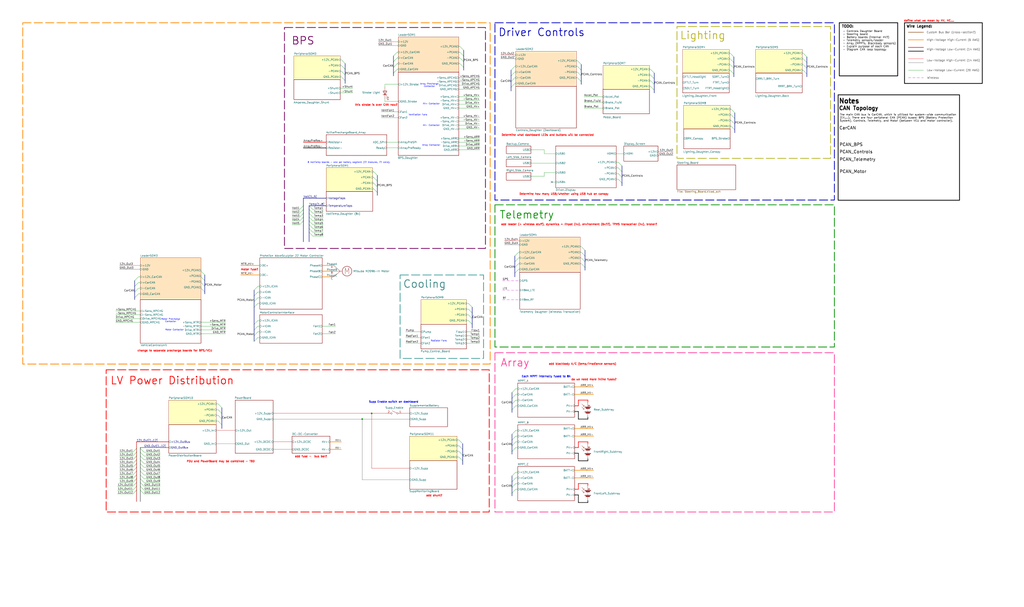
<source format=kicad_sch>
(kicad_sch (version 20250114) (generator "eeschema") (generator_version "9.0")
  (paper "User" 685.8 406.4)
  (title_block (title "2026 High-Level Electrical Schematic") (date "2025-04-05") (rev "Rev A") (company "Longhorn Racing Solar"))
  (rectangle (start 331.47 137.16) (end 558.8 232.41) (stroke (width 0.508) (type dash) (color 3 143 0 1)))
  (rectangle (start 267.97 184.15) (end 323.85 240.03) (stroke (width 0.508) (type dash) (color 64 158 153 1)))
  (rectangle (start 15.24 15.24) (end 328.295 243.84) (stroke (width 0.508) (type dash) (color 254 137 0 1)))
  (rectangle (start 562.102 15.24) (end 601.218 50.8) (stroke (width 0.508) (color 0 0 0 1)))
  (rectangle (start 71.12 247.65) (end 327.66 342.9) (stroke (width 0.508) (type dash) (color 254 1 0 1)))
  (rectangle (start 605.79 15.24) (end 657.86 55.88) (stroke (width 0.508) (color 0 0 0 1)))
  (rectangle (start 331.47 236.22) (end 558.8 342.9) (stroke (width 0.508) (type dash) (color 255 64 158 1)))
  (rectangle (start 453.39 17.78) (end 556.26 106.045) (stroke (width 0.508) (type dash) (color 183 178 33 1)))
  (rectangle (start 13.97 -122.174) (end 76.2 -44.45) (stroke (width 0.508) (type dash) (color 49 121 70 1)))
  (rectangle (start 561.34 63.5) (end 642.62 134.112) (stroke (width 0.508) (color 0 0 0 1)))
  (rectangle (start 190.5 18.415) (end 325.12 166.37) (stroke (width 0.508) (type dash) (color 117 2 98 1)))
  (rectangle (start 331.47 15.24) (end 558.8 133.985) (stroke (width 0.508) (type dash)))
  (text "Motor Precharge\nContactor" (at 114.3 214.63 0) (effects (font (size 1.016 1.016) (thickness 0.127))))
  (text "The main CAN bus is CarCAN, which is utilized for system-wide communication\n(EX....). There are four peripheral CAN (PCAN) buses: BPS (Battery Protection\nSystem), Controls, Telemetry, and Motor (between VCU and motor controller)." (at 562.356 78.994 0) (effects (font (size 1.27 1.27)) (justify left)))
  (text "add fuse -  bus bar?" (at 208.28 305.816 0) (effects (font (size 1.27 1.27) (thickness 0.254) (bold yes))))
  (text "BPS" (at 202.946 27.432 0) (effects (font (size 5.08 5.08) (thickness 0.508) (bold yes))))
  (text "bus bar?" (at -25.4 197.612 0) (effects (font (size 1.27 1.27) (thickness 0.254) (bold yes))))
  (text "value?" (at 85.344 -58.674 0) (effects (font (size 1.27 1.27) (thickness 0.254) (bold yes))))
  (text "add blackbody A/C (temp/irradiance sensors)" (at 390.144 243.84 0) (effects (font (size 1.27 1.27) (thickness 0.254) (bold yes))))
  (text "do we need more inline fuses?" (at 397.764 254.254 0) (effects (font (size 1.27 1.27) (thickness 0.254) (bold yes))))
  (text "Low-Voltage Low-Current (20 AWG)" (at 638.302 47.244 0) (effects (font (size 1.27 1.27))))
  (text "Main Battery" (at 41.656 -114.554 0) (effects (font (size 5.08 5.08) (thickness 0.508) (bold yes))))
  (text "8 VoltTemp boards - one per battery segment (?? modules, ?? cells)." (at 233.68 108.839 0) (effects (font (size 1.016 1.016) (thickness 0.127))))
  (text "Telemetry" (at 352.806 144.018 0) (effects (font (size 5.08 5.08) (thickness 0.508) (bold yes))))
  (text "High-Voltage High-Current (6 AWG)" (at 638.302 26.924 0) (effects (font (size 1.27 1.27))))
  (text "HV- Contactor" (at 288.798 84.074 0) (effects (font (size 1.016 1.016) (thickness 0.127))))
  (text "HV Power Distribution" (at 59.182 -152.4 0) (effects (font (size 5.08 5.08) (thickness 0.508) (bold yes))))
  (text "Array Precharge\nContactor" (at 287.528 57.15 0) (effects (font (size 1.016 1.016) (thickness 0.127))))
  (text "CAN Topology" (at 575.056 72.644 0) (effects (font (size 2.54 2.54) (bold yes))))
  (text "PDU and PowerBoard may be combined - TBD" (at 147.828 309.118 0) (effects (font (size 1.27 1.27) (thickness 0.254) (bold yes))))
  (text "HV+ Contactor" (at 288.798 69.596 0) (effects (font (size 1.016 1.016) (thickness 0.127))))
  (text "Low-Voltage High-Current (14 AWG)" (at 638.556 40.64 0) (effects (font (size 1.27 1.27))))
  (text "PCAN_Motor" (at 571.246 115.062 0) (effects (font (size 2.032 2.032) (thickness 0.254))))
  (text "Each MPPT internally fused to 8A" (at 365.76 252.222 0) (effects (font (size 1.27 1.27) (thickness 0.254) (bold yes))))
  (text "define what we mean by HV, HC...." (at 622.3 13.97 0) (effects (font (size 1.27 1.27) (thickness 0.254) (bold yes))))
  (text "motor fuse?" (at 167.132 180.594 0) (effects (font (size 1.27 1.27) (thickness 0.254) (bold yes))))
  (text "Cooling" (at 284.353 190.373 0) (effects (font (size 5.08 5.08) (thickness 0.508) (bold yes))))
  (text "High-Voltage Low-Current (14 AWG)" (at 638.556 33.274 0) (effects (font (size 1.27 1.27))))
  (text "Array Contactor" (at 288.798 97.282 0) (effects (font (size 1.016 1.016) (thickness 0.127))))
  (text "rating?" (at 85.344 -107.442 0) (effects (font (size 1.27 1.27) (thickness 0.254) (bold yes))))
  (text "Determine how many USB/whether using USB hub on canopy" (at 377.698 130.048 0) (effects (font (size 1.27 1.27) (thickness 0.254) (bold yes))))
  (text "Wire Legend:" (at 615.696 17.78 0) (effects (font (size 1.778 1.778) (bold yes))))
  (text "Notes" (at 568.706 67.818 0) (effects (font (size 3.175 3.175) (bold yes))))
  (text "PCAN_Controls" (at 573.278 101.854 0) (effects (font (size 2.032 2.032) (thickness 0.254))))
  (text "- Controls Daughter Board\n- Steering board\n- Battery boards (internal HV?)\n- Telemetry sensors/leader\n- Array (MPPTs, Blackbody sensors)\n- Explain purpose of each CAN\n- Diagram CAN loop topology" (at 564.388 27.178 0) (effects (font (size 1.27 1.27)) (justify left)))
  (text "how does this connect to amperes?" (at 106.172 -42.672 0) (effects (font (size 1.27 1.27) (thickness 0.254) (bold yes))))
  (text "change to separate precharge boards for BPS/VCU" (at 117.094 234.95 0) (effects (font (size 1.27 1.27) (thickness 0.254) (bold yes))))
  (text "PCAN_BPS" (at 569.976 97.028 0) (effects (font (size 2.032 2.032) (thickness 0.254))))
  (text "add bus bar connections, e-stops" (at 55.118 -108.204 0) (effects (font (size 1.27 1.27) (thickness 0.254) (bold yes))))
  (text "add leader (+ wireless stuff), dynamics + linpot (4x), environment (6x??), TPMS transceiver (4x), broker?" (at 387.858 150.368 0) (effects (font (size 1.27 1.27) (thickness 0.254) (bold yes))))
  (text "Radiator Fans" (at 293.878 228.346 0) (effects (font (size 1.016 1.016) (thickness 0.127))))
  (text "Driver Controls" (at 362.712 21.844 0) (effects (font (size 5.08 5.08) (thickness 0.508) (bold yes))))
  (text "Supp Enable switch on dashboard" (at 263.652 269.24 0) (effects (font (size 1.27 1.27) (thickness 0.254) (bold yes))))
  (text "LV Power Distribution" (at 115.316 255.016 0) (effects (font (size 5.08 5.08) (thickness 0.508) (bold yes))))
  (text "Motor Contactor" (at 116.84 220.98 0) (effects (font (size 1.016 1.016) (thickness 0.127))))
  (text "Lighting" (at 470.662 23.876 0) (effects (font (size 5.08 5.08) (thickness 0.508) (bold yes))))
  (text "PCAN_Telemetry" (at 574.294 106.934 0) (effects (font (size 2.032 2.032) (thickness 0.254))))
  (text "Array" (at 344.932 243.078 0) (effects (font (size 5.08 5.08) (thickness 0.508) (bold yes))))
  (text "Wireless" (at 624.84 52.324 0) (effects (font (size 1.27 1.27))))
  (text "Ventilation Fans" (at 279.908 76.962 0) (effects (font (size 1.016 1.016) (thickness 0.127))))
  (text "add shunt?" (at 290.83 331.978 0) (effects (font (size 1.27 1.27) (thickness 0.254) (bold yes))))
  (text "TODO:\n" (at 567.69 17.78 0) (effects (font (size 1.778 1.778) (bold yes))))
  (text "CarCAN" (at 567.69 85.852 0) (effects (font (size 2.032 2.032) (thickness 0.254))))
  (text "Custom Bus Bar (cross-section?)" (at 637.032 21.844 0) (effects (font (size 1.27 1.27))))
  (text "Determine what dashboard LEDs and buttons will be connected" (at 366.776 90.551 0) (effects (font (size 1.27 1.27) (thickness 0.254) (bold yes))))
  (text "this strobe is over CAN now?" (at 251.968 70.358 0) (effects (font (size 1.27 1.27) (thickness 0.254) (bold yes))))
  (junction (at 133.35 -100.33))
  (junction (at 171.45 -97.79))
  (junction (at 242.57 280.67))
  (junction (at 248.92 276.86))
  (no_connect (at 369.57 121.92))
  (bus_entry (at 386.715 52.07) (size 2.54 2.54))
  (bus_entry (at 172.72 218.44) (size -2.54 2.54))
  (bus_entry (at 537.845 46.99) (size 2.54 2.54))
  (bus_entry (at 91.44 315.595) (size -2.54 2.54))
  (bus_entry (at 309.88 297.18) (size -2.54 -2.54))
  (bus_entry (at 172.72 203.2) (size -2.54 2.54))
  (bus_entry (at 345.44 299.72) (size -2.54 2.54))
  (bus_entry (at 345.44 323.85) (size -2.54 2.54))
  (bus_entry (at 203.2 145.415) (size -2.54 2.54))
  (bus_entry (at 93.98 302.895) (size 2.54 2.54))
  (bus_entry (at 146.05 274.32) (size 2.54 2.54))
  (bus_entry (at 134.62 181.61) (size 2.54 2.54))
  (bus_entry (at 134.62 189.23) (size 2.54 2.54))
  (bus_entry (at 93.98 313.055) (size 2.54 2.54))
  (bus_entry (at 92.71 189.23) (size -2.54 2.54))
  (bus_entry (at 345.44 271.78) (size -2.54 2.54))
  (bus_entry (at 342.265 46.99) (size 2.54 -2.54))
  (bus_entry (at 207.01 140.335) (size 2.54 2.54))
  (bus_entry (at 91.44 328.295) (size -2.54 2.54))
  (bus_entry (at 342.265 54.61) (size 2.54 -2.54))
  (bus_entry (at 307.975 42.545) (size 2.54 2.54))
  (bus_entry (at 389.255 176.53) (size 2.54 2.54))
  (bus_entry (at 91.44 323.215) (size -2.54 2.54))
  (bus_entry (at 250.19 114.935) (size 2.54 2.54))
  (bus_entry (at 172.72 191.77) (size -2.54 2.54))
  (bus_entry (at 228.6 40.005) (size 2.54 2.54))
  (bus_entry (at 309.88 300.99) (size -2.54 -2.54))
  (bus_entry (at 309.88 308.61) (size -2.54 -2.54))
  (bus_entry (at 91.44 320.675) (size -2.54 2.54))
  (bus_entry (at 344.805 182.88) (size 2.54 -2.54))
  (bus_entry (at 435.61 50.165) (size 2.54 2.54))
  (bus_entry (at 93.98 300.355) (size 2.54 2.54))
  (bus_entry (at 386.715 44.45) (size 2.54 2.54))
  (bus_entry (at 414.02 112.395) (size 2.54 2.54))
  (bus_entry (at 207.01 137.795) (size 2.54 2.54))
  (bus_entry (at 91.44 307.975) (size -2.54 2.54))
  (bus_entry (at 488.95 39.37) (size 2.54 2.54))
  (bus_entry (at 207.01 153.035) (size 2.54 2.54))
  (bus_entry (at 93.98 323.215) (size 2.54 2.54))
  (bus_entry (at 91.44 318.135) (size -2.54 2.54))
  (bus_entry (at 134.62 193.04) (size 2.54 2.54))
  (bus_entry (at 488.95 46.99) (size 2.54 2.54))
  (bus_entry (at 207.01 155.575) (size 2.54 2.54))
  (bus_entry (at 93.98 318.135) (size 2.54 2.54))
  (bus_entry (at 266.065 38.735) (size -2.54 2.54))
  (bus_entry (at 345.44 267.97) (size -2.54 2.54))
  (bus_entry (at 172.72 199.39) (size -2.54 2.54))
  (bus_entry (at 146.05 270.51) (size 2.54 2.54))
  (bus_entry (at 307.975 38.735) (size 2.54 2.54))
  (bus_entry (at 344.805 175.26) (size 2.54 -2.54))
  (bus_entry (at 207.01 145.415) (size 2.54 2.54))
  (bus_entry (at 203.2 137.795) (size -2.54 2.54))
  (bus_entry (at 389.255 168.91) (size 2.54 2.54))
  (bus_entry (at 172.72 226.06) (size -2.54 2.54))
  (bus_entry (at 91.44 313.055) (size -2.54 2.54))
  (bus_entry (at 93.98 328.295) (size 2.54 2.54))
  (bus_entry (at 93.98 305.435) (size 2.54 2.54))
  (bus_entry (at 344.805 171.45) (size 2.54 -2.54))
  (bus_entry (at 345.44 260.35) (size -2.54 2.54))
  (bus_entry (at 345.44 327.66) (size -2.54 2.54))
  (bus_entry (at 93.98 310.515) (size 2.54 2.54))
  (bus_entry (at 146.05 281.94) (size 2.54 2.54))
  (bus_entry (at 228.6 51.435) (size 2.54 2.54))
  (bus_entry (at 146.05 278.13) (size 2.54 2.54))
  (bus_entry (at 207.01 150.495) (size 2.54 2.54))
  (bus_entry (at 203.2 140.335) (size -2.54 2.54))
  (bus_entry (at 207.01 142.875) (size 2.54 2.54))
  (bus_entry (at 313.69 214.63) (size 2.54 2.54))
  (bus_entry (at 489.585 76.835) (size 2.54 2.54))
  (bus_entry (at 489.585 84.455) (size 2.54 2.54))
  (bus_entry (at 228.6 43.815) (size 2.54 2.54))
  (bus_entry (at 91.44 305.435) (size -2.54 2.54))
  (bus_entry (at 266.065 46.355) (size -2.54 2.54))
  (bus_entry (at 386.715 48.26) (size 2.54 2.54))
  (bus_entry (at 488.95 43.18) (size 2.54 2.54))
  (bus_entry (at 345.44 316.23) (size -2.54 2.54))
  (bus_entry (at 266.065 42.545) (size -2.54 2.54))
  (bus_entry (at 92.71 185.42) (size -2.54 2.54))
  (bus_entry (at 172.72 214.63) (size -2.54 2.54))
  (bus_entry (at 435.61 53.975) (size 2.54 2.54))
  (bus_entry (at 345.44 292.1) (size -2.54 2.54))
  (bus_entry (at 93.98 307.975) (size 2.54 2.54))
  (bus_entry (at 313.69 210.82) (size 2.54 2.54))
  (bus_entry (at 172.72 195.58) (size -2.54 2.54))
  (bus_entry (at 537.845 43.18) (size 2.54 2.54))
  (bus_entry (at 307.975 34.925) (size 2.54 2.54))
  (bus_entry (at 250.19 126.365) (size 2.54 2.54))
  (bus_entry (at 207.01 147.955) (size 2.54 2.54))
  (bus_entry (at 250.19 122.555) (size 2.54 2.54))
  (bus_entry (at 345.44 320.04) (size -2.54 2.54))
  (bus_entry (at 344.805 179.07) (size 2.54 -2.54))
  (bus_entry (at 488.95 35.56) (size 2.54 2.54))
  (bus_entry (at 537.845 35.56) (size 2.54 2.54))
  (bus_entry (at 313.69 203.2) (size 2.54 2.54))
  (bus_entry (at 91.44 302.895) (size -2.54 2.54))
  (bus_entry (at 203.2 147.955) (size -2.54 2.54))
  (bus_entry (at 91.44 325.755) (size -2.54 2.54))
  (bus_entry (at 92.71 196.85) (size -2.54 2.54))
  (bus_entry (at 489.585 73.025) (size 2.54 2.54))
  (bus_entry (at 93.98 325.755) (size 2.54 2.54))
  (bus_entry (at 489.585 80.645) (size 2.54 2.54))
  (bus_entry (at 435.61 46.355) (size 2.54 2.54))
  (bus_entry (at 414.02 120.015) (size 2.54 2.54))
  (bus_entry (at 134.62 185.42) (size 2.54 2.54))
  (bus_entry (at 91.44 300.355) (size -2.54 2.54))
  (bus_entry (at 386.715 40.64) (size 2.54 2.54))
  (bus_entry (at 266.065 34.925) (size -2.54 2.54))
  (bus_entry (at 389.255 172.72) (size 2.54 2.54))
  (bus_entry (at 414.02 108.585) (size 2.54 2.54))
  (bus_entry (at 92.71 193.04) (size -2.54 2.54))
  (bus_entry (at 203.2 142.875) (size -2.54 2.54))
  (bus_entry (at 342.265 58.42) (size 2.54 -2.54))
  (bus_entry (at 307.975 31.115) (size 2.54 2.54))
  (bus_entry (at 172.72 222.25) (size -2.54 2.54))
  (bus_entry (at 228.6 47.625) (size 2.54 2.54))
  (bus_entry (at 93.98 315.595) (size 2.54 2.54))
  (bus_entry (at 250.19 118.745) (size 2.54 2.54))
  (bus_entry (at 345.44 295.91) (size -2.54 2.54))
  (bus_entry (at 342.265 50.8) (size 2.54 -2.54))
  (bus_entry (at 414.02 116.205) (size 2.54 2.54))
  (bus_entry (at 345.44 264.16) (size -2.54 2.54))
  (bus_entry (at 91.44 310.515) (size -2.54 2.54))
  (bus_entry (at 93.98 320.675) (size 2.54 2.54))
  (bus_entry (at 345.44 288.29) (size -2.54 2.54))
  (bus_entry (at 309.88 304.8) (size -2.54 -2.54))
  (bus_entry (at 435.61 57.785) (size 2.54 2.54))
  (bus_entry (at 537.845 39.37) (size 2.54 2.54))
  (bus_entry (at 389.255 165.1) (size 2.54 2.54))
  (bus_entry (at 313.69 207.01) (size 2.54 2.54))
  (wire (pts (xy 387.35 323.85) (xy 393.7 323.85)) (stroke (width 0.381) (color 254 0 0 1)))
  (wire (pts (xy 96.52 310.515) (xy 107.315 310.515)))
  (bus (pts (xy 316.23 205.74) (xy 316.23 209.55)))
  (bus (pts (xy 316.23 217.17) (xy 316.23 219.71)))
  (wire (pts (xy 144.78 288.29) (xy 157.48 288.29)) (stroke (width 0) (color 194 0 0 1)))
  (wire (pts (xy 384.81 327.66) (xy 387.35 327.66)) (stroke (width 0.381) (color 254 0 0 1)))
  (wire (pts (xy 266.7 38.735) (xy 266.065 38.735)))
  (wire (pts (xy 203.2 95.25) (xy 218.44 95.25)) (stroke (width 0.381) (color 254 0 0 1)))
  (wire (pts (xy 156.21 -90.17) (xy 171.45 -90.17)) (stroke (width 0.381) (color 254 0 0 1)))
  (bus (pts (xy 310.515 41.275) (xy 310.515 45.085)))
  (wire (pts (xy 434.975 53.975) (xy 435.61 53.975)))
  (bus (pts (xy 93.98 300.355) (xy 93.98 302.895)) (stroke (width 0) (color 72 72 72 1)))
  (wire (pts (xy 393.7 307.34) (xy 393.7 308.61)) (stroke (width 0.381) (color 0 0 0 1)))
  (wire (pts (xy 195.58 145.415) (xy 200.66 145.415)))
  (bus (pts (xy 93.98 307.975) (xy 93.98 310.515)) (stroke (width 0) (color 72 72 72 1)))
  (bus (pts (xy 540.385 38.1) (xy 540.385 41.91)))
  (bus (pts (xy 342.9 298.45) (xy 342.9 302.26)))
  (wire (pts (xy 336.55 187.96) (xy 347.98 187.96)) (stroke (width 0) (type dash_dot) (color 180 0 181 1)))
  (wire (pts (xy 345.44 260.35) (xy 346.71 260.35)))
  (wire (pts (xy 450.85 104.14) (xy 440.69 104.14)) (stroke (width 0) (color 72 72 72 1)))
  (wire (pts (xy -27.94 214.63) (xy -25.4 214.63)))
  (bus (pts (xy 342.9 274.32) (xy 342.9 276.225)))
  (wire (pts (xy 345.44 299.72) (xy 346.71 299.72)))
  (wire (pts (xy 307.34 95.25) (xy 321.31 95.25)))
  (bus (pts (xy 342.9 290.83) (xy 342.9 294.64)))
  (wire (pts (xy 388.62 165.1) (xy 389.255 165.1)))
  (bus (pts (xy 252.73 128.905) (xy 252.73 130.81)))
  (wire (pts (xy 608.33 46.99) (xy 618.49 46.99)))
  (wire (pts (xy 450.85 101.6) (xy 440.69 101.6)) (stroke (width 0) (color 254 0 0 1)))
  (wire (pts (xy 488.315 35.56) (xy 488.95 35.56)))
  (wire (pts (xy 133.35 -100.33) (xy 144.78 -100.33)) (stroke (width 0.381) (color 150 94 42 1)))
  (bus (pts (xy 342.9 322.58) (xy 342.9 326.39)))
  (wire (pts (xy 96.52 318.135) (xy 107.315 318.135)))
  (bus (pts (xy 207.01 140.335) (xy 207.01 142.875)))
  (wire (pts (xy 175.26 -100.33) (xy 187.96 -100.33)) (stroke (width 0.381) (color 150 94 42 1)))
  (bus (pts (xy 389.255 54.61) (xy 389.255 56.515)))
  (bus (pts (xy 91.44 300.355) (xy 91.44 302.895)) (stroke (width 0) (color 194 0 0 1)))
  (wire (pts (xy 307.34 97.79) (xy 321.31 97.79)))
  (bus (pts (xy 438.15 52.705) (xy 438.15 56.515)))
  (wire (pts (xy 337.82 161.29) (xy 347.98 161.29)) (stroke (width 0) (color 254 0 0 1)))
  (wire (pts (xy 537.21 46.99) (xy 537.845 46.99)))
  (wire (pts (xy 93.98 193.04) (xy 92.71 193.04)))
  (bus (pts (xy 491.49 38.1) (xy 491.49 41.91)))
  (wire (pts (xy 387.35 299.72) (xy 387.35 295.91)) (stroke (width 0.381) (color 254 0 0 1)))
  (wire (pts (xy 116.84 -64.77) (xy 127 -64.77)))
  (bus (pts (xy 342.9 302.26) (xy 342.9 304.165)))
  (bus (pts (xy 540.385 49.53) (xy 540.385 51.435)))
  (wire (pts (xy 215.9 185.42) (xy 220.98 185.42)) (stroke (width 0.381) (color 254 137 0 1)))
  (wire (pts (xy 384.81 271.78) (xy 387.35 271.78)) (stroke (width 0.381) (color 254 0 0 1)))
  (wire (pts (xy 100.33 -71.12) (xy 101.6 -71.12)))
  (bus (pts (xy 416.56 111.125) (xy 416.56 114.935)))
  (bus (pts (xy 203.2 142.875) (xy 203.2 145.415)))
  (wire (pts (xy 364.49 100.33) (xy 364.49 102.87)))
  (bus (pts (xy 344.805 175.26) (xy 344.805 179.07)))
  (wire (pts (xy 173.99 177.8) (xy 161.29 177.8)) (stroke (width 0.381) (color 254 137 0 1)))
  (wire (pts (xy 412.75 120.015) (xy 414.02 120.015)))
  (wire (pts (xy 182.88 300.99) (xy 195.58 300.99)) (stroke (width 0) (color 72 72 72 1)))
  (wire (pts (xy 271.78 229.87) (xy 281.94 229.87)))
  (wire (pts (xy 312.42 214.63) (xy 313.69 214.63)))
  (bus (pts (xy 91.44 320.675) (xy 91.44 323.215)) (stroke (width 0) (color 194 0 0 1)))
  (wire (pts (xy -44.45 214.63) (xy -43.18 214.63)))
  (bus (pts (xy 203.2 145.415) (xy 203.2 147.955)))
  (wire (pts (xy 355.6 109.22) (xy 372.11 109.22)))
  (wire (pts (xy 388.62 172.72) (xy 389.255 172.72)))
  (bus (pts (xy 231.14 50.165) (xy 231.14 53.975)))
  (wire (pts (xy 93.98 185.42) (xy 92.71 185.42)))
  (bus (pts (xy 342.9 294.64) (xy 342.9 298.45)))
  (wire (pts (xy 144.78 281.94) (xy 146.05 281.94)))
  (wire (pts (xy 249.555 114.935) (xy 250.19 114.935)))
  (wire (pts (xy 215.9 181.61) (xy 220.98 181.61)) (stroke (width 0.381) (color 254 137 0 1)))
  (wire (pts (xy 387.35 336.55) (xy 393.7 336.55)) (stroke (width 0.381) (color 0 0 0 1)))
  (bus (pts (xy 207.01 137.795) (xy 207.01 140.335)))
  (wire (pts (xy 80.01 323.215) (xy 88.9 323.215)))
  (wire (pts (xy 307.34 86.36) (xy 321.31 86.36)))
  (bus (pts (xy 342.9 262.89) (xy 342.9 266.7)))
  (wire (pts (xy 160.02 -97.79) (xy 171.45 -97.79)) (stroke (width 0.381) (color 150 94 42 1)))
  (bus (pts (xy 148.59 273.05) (xy 148.59 276.86)))
  (wire (pts (xy 215.9 177.8) (xy 220.98 177.8)) (stroke (width 0.381) (color 254 137 0 1)))
  (wire (pts (xy 172.72 222.25) (xy 173.99 222.25)))
  (bus (pts (xy 91.44 295.91) (xy 91.44 300.355)) (stroke (width 0) (color 194 0 0 1)))
  (wire (pts (xy 312.42 207.01) (xy 313.69 207.01)))
  (wire (pts (xy 344.805 55.88) (xy 345.44 55.88)))
  (wire (pts (xy 306.07 294.64) (xy 307.34 294.64)))
  (wire (pts (xy -44.45 203.2) (xy -44.45 214.63)))
  (bus (pts (xy 389.255 46.99) (xy 389.255 50.8)))
  (wire (pts (xy 488.95 73.025) (xy 489.585 73.025)))
  (wire (pts (xy 355.6 100.33) (xy 364.49 100.33)))
  (wire (pts (xy 100.33 -128.27) (xy 100.33 -116.84)))
  (bus (pts (xy 203.2 132.715) (xy 203.2 137.795)))
  (wire (pts (xy 209.55 142.875) (xy 216.535 142.875)))
  (wire (pts (xy 129.54 -100.33) (xy 133.35 -100.33)) (stroke (width 0.381) (color 150 94 42 1)))
  (wire (pts (xy 186.69 -116.84) (xy 187.96 -116.84)))
  (wire (pts (xy 195.58 147.955) (xy 200.66 147.955)))
  (bus (pts (xy 203.2 147.955) (xy 203.2 161.925)))
  (wire (pts (xy 172.72 214.63) (xy 173.99 214.63)))
  (bus (pts (xy 207.01 142.875) (xy 207.01 145.415)))
  (wire (pts (xy 364.49 115.57) (xy 372.11 115.57)))
  (wire (pts (xy 143.51 -116.84) (xy 144.78 -116.84)))
  (wire (pts (xy 195.58 142.875) (xy 200.66 142.875)))
  (wire (pts (xy 384.81 331.47) (xy 387.35 331.47)) (stroke (width 0.381) (color 0 0 0 1)))
  (wire (pts (xy 134.62 215.9) (xy 151.13 215.9)))
  (bus (pts (xy 342.265 54.61) (xy 342.265 58.42)))
  (wire (pts (xy 82.55 -50.8) (xy 82.55 -41.91)))
  (wire (pts (xy -25.4 176.53) (xy -25.4 162.56)))
  (wire (pts (xy 364.49 118.11) (xy 364.49 115.57)))
  (wire (pts (xy 345.44 295.91) (xy 346.71 295.91)))
  (bus (pts (xy 93.98 328.295) (xy 93.98 335.915)) (stroke (width 0) (color 72 72 72 1)))
  (wire (pts (xy 209.55 150.495) (xy 216.535 150.495)))
  (wire (pts (xy 227.965 51.435) (xy 228.6 51.435)))
  (bus (pts (xy 263.525 41.275) (xy 263.525 45.085)))
  (bus (pts (xy 252.73 117.475) (xy 252.73 121.285)))
  (wire (pts (xy 312.42 229.87) (xy 321.31 229.87)))
  (bus (pts (xy 137.16 187.96) (xy 137.16 191.77)))
  (wire (pts (xy 608.33 21.59) (xy 618.49 21.59)) (stroke (width 0.381) (color 150 94 42 1)))
  (wire (pts (xy 96.52 328.295) (xy 107.315 328.295)))
  (wire (pts (xy 93.98 208.28) (xy 77.47 208.28)))
  (bus (pts (xy 91.44 315.595) (xy 91.44 318.135)) (stroke (width 0) (color 194 0 0 1)))
  (wire (pts (xy -44.45 176.53) (xy -43.18 176.53)))
  (wire (pts (xy 387.35 267.97) (xy 393.7 267.97)) (stroke (width 0.381) (color 254 0 0 1)))
  (wire (pts (xy 96.52 325.755) (xy 107.315 325.755)))
  (wire (pts (xy 78.74 328.295) (xy 88.9 328.295)))
  (wire (pts (xy 172.72 218.44) (xy 173.99 218.44)))
  (wire (pts (xy 307.34 81.28) (xy 321.31 81.28)))
  (wire (pts (xy 307.34 57.15) (xy 321.31 57.15)))
  (wire (pts (xy 312.42 227.33) (xy 321.31 227.33)))
  (wire (pts (xy 259.08 95.25) (xy 266.7 95.25)))
  (wire (pts (xy 386.08 40.64) (xy 386.715 40.64)))
  (wire (pts (xy 488.95 80.645) (xy 489.585 80.645)))
  (wire (pts (xy 306.07 298.45) (xy 307.34 298.45)))
  (bus (pts (xy 389.255 43.18) (xy 389.255 46.99)))
  (wire (pts (xy 220.98 295.91) (xy 228.6 295.91)) (stroke (width 0.381) (color 254 137 0 1)))
  (bus (pts (xy 170.18 205.74) (xy 170.18 217.17)))
  (wire (pts (xy 253.365 27.94) (xy 266.7 27.94)) (stroke (width 0) (color 254 0 0 1)))
  (wire (pts (xy 80.01 318.135) (xy 88.9 318.135)))
  (bus (pts (xy 91.44 295.91) (xy 113.03 295.91)) (stroke (width 0) (color 194 0 0 1)))
  (wire (pts (xy 209.55 145.415) (xy 216.535 145.415)))
  (wire (pts (xy 100.33 -82.55) (xy 100.33 -71.12)))
  (bus (pts (xy 342.265 46.99) (xy 342.265 50.8)))
  (wire (pts (xy 608.33 31.75) (xy 618.49 31.75)) (stroke (width 0.381) (color 254 0 0 1)))
  (wire (pts (xy 249.555 122.555) (xy 250.19 122.555)))
  (bus (pts (xy 342.9 266.7) (xy 342.9 270.51)))
  (wire (pts (xy 384.81 259.08) (xy 397.51 259.08)) (stroke (width 0.381) (color 254 137 0 1)))
  (wire (pts (xy 90.17 -110.49) (xy 101.6 -110.49)))
  (wire (pts (xy 434.975 50.165) (xy 435.61 50.165)))
  (wire (pts (xy 388.62 168.91) (xy 389.255 168.91)))
  (bus (pts (xy 170.18 224.79) (xy 170.18 228.6)))
  (wire (pts (xy 182.88 276.86) (xy 248.92 276.86)) (stroke (width 0) (color 194 0 0 1)))
  (bus (pts (xy 93.98 310.515) (xy 93.98 313.055)) (stroke (width 0) (color 72 72 72 1)))
  (wire (pts (xy 205.74 -116.84) (xy 205.74 -128.27)))
  (wire (pts (xy 307.34 52.07) (xy 321.31 52.07)))
  (wire (pts (xy 162.56 -116.84) (xy 162.56 -130.81)))
  (wire (pts (xy 391.16 72.39) (xy 403.86 72.39)))
  (wire (pts (xy 248.92 313.69) (xy 274.32 313.69)) (stroke (width 0) (color 194 0 0 1)))
  (wire (pts (xy 80.01 310.515) (xy 88.9 310.515)))
  (bus (pts (xy 170.18 194.31) (xy 170.18 198.12)))
  (wire (pts (xy 195.58 150.495) (xy 200.66 150.495)))
  (wire (pts (xy 307.34 38.735) (xy 307.975 38.735)))
  (bus (pts (xy 438.15 48.895) (xy 438.15 52.705)))
  (wire (pts (xy 384.81 299.72) (xy 387.35 299.72)) (stroke (width 0.381) (color 254 0 0 1)))
  (wire (pts (xy 96.52 302.895) (xy 107.315 302.895)))
  (wire (pts (xy 215.9 218.44) (xy 224.79 218.44)))
  (bus (pts (xy 342.9 330.2) (xy 342.9 332.105)))
  (bus (pts (xy 90.17 191.77) (xy 90.17 195.58)))
  (wire (pts (xy 248.92 276.86) (xy 248.92 313.69)) (stroke (width 0) (color 194 0 0 1)))
  (wire (pts (xy 248.92 276.86) (xy 259.08 276.86)) (stroke (width 0) (color 194 0 0 1)))
  (wire (pts (xy 608.33 34.29) (xy 618.49 34.29)) (stroke (width 0.381) (color 0 0 0 1)))
  (wire (pts (xy 227.965 43.815) (xy 228.6 43.815)))
  (wire (pts (xy 90.17 -64.77) (xy 101.6 -64.77)))
  (bus (pts (xy 148.59 276.86) (xy 148.59 280.67)))
  (wire (pts (xy 307.34 67.31) (xy 321.31 67.31)))
  (wire (pts (xy 307.34 100.33) (xy 321.31 100.33)))
  (bus (pts (xy 207.01 137.795) (xy 218.44 137.795)))
  (wire (pts (xy 307.34 83.82) (xy 321.31 83.82)))
  (wire (pts (xy 93.98 189.23) (xy 92.71 189.23)))
  (wire (pts (xy 255.27 74.93) (xy 266.7 74.93)))
  (bus (pts (xy 263.525 37.465) (xy 263.525 41.275)))
  (wire (pts (xy 116.84 -116.84) (xy 119.38 -116.84)))
  (wire (pts (xy 307.34 64.77) (xy 321.31 64.77)))
  (wire (pts (xy 336.55 194.31) (xy 347.98 194.31)) (stroke (width 0) (type dash_dot) (color 180 0 181 1)))
  (wire (pts (xy 312.42 224.79) (xy 321.31 224.79)))
  (wire (pts (xy 266.7 46.355) (xy 266.065 46.355)))
  (wire (pts (xy 227.965 40.005) (xy 228.6 40.005)))
  (wire (pts (xy 172.72 226.06) (xy 173.99 226.06)))
  (wire (pts (xy 412.75 102.87) (xy 417.83 102.87)))
  (wire (pts (xy 537.21 39.37) (xy 537.845 39.37)))
  (wire (pts (xy 537.21 35.56) (xy 537.845 35.56)))
  (wire (pts (xy 215.9 223.52) (xy 224.79 223.52)))
  (bus (pts (xy 93.98 325.755) (xy 93.98 328.295)) (stroke (width 0) (color 72 72 72 1)))
  (wire (pts (xy 195.58 140.335) (xy 200.66 140.335)))
  (wire (pts (xy 90.17 -54.61) (xy 101.6 -54.61)) (stroke (width 0.381) (color 150 94 42 1)))
  (wire (pts (xy 255.27 78.74) (xy 266.7 78.74)))
  (wire (pts (xy 335.28 39.37) (xy 345.44 39.37)) (stroke (width 0) (color 72 72 72 1)))
  (wire (pts (xy 182.88 280.67) (xy 242.57 280.67)) (stroke (width 0) (color 72 72 72 1)))
  (wire (pts (xy 618.49 39.37) (xy 608.33 39.37)) (stroke (width 0) (color 254 0 0 1)))
  (wire (pts (xy 488.95 84.455) (xy 489.585 84.455)))
  (wire (pts (xy 96.52 330.835) (xy 107.315 330.835)))
  (bus (pts (xy 90.17 199.39) (xy 90.17 200.66)))
  (wire (pts (xy 387.35 331.47) (xy 387.35 336.55)) (stroke (width 0.381) (color 0 0 0 1)))
  (wire (pts (xy 312.42 210.82) (xy 313.69 210.82)))
  (bus (pts (xy 344.805 182.88) (xy 344.805 185.42)))
  (wire (pts (xy 186.69 -128.27) (xy 186.69 -116.84)))
  (bus (pts (xy 93.98 315.595) (xy 93.98 318.135)) (stroke (width 0) (color 72 72 72 1)))
  (wire (pts (xy 412.75 116.205) (xy 414.02 116.205)))
  (wire (pts (xy 242.57 280.67) (xy 274.32 280.67)) (stroke (width 0) (color 72 72 72 1)))
  (bus (pts (xy 170.18 217.17) (xy 170.18 220.98)))
  (wire (pts (xy 182.88 295.91) (xy 195.58 295.91)) (stroke (width 0) (color 194 0 0 1)))
  (bus (pts (xy 91.44 313.055) (xy 91.44 315.595)) (stroke (width 0) (color 194 0 0 1)))
  (wire (pts (xy 80.01 315.595) (xy 88.9 315.595)))
  (bus (pts (xy 93.98 299.72) (xy 113.03 299.72)) (stroke (width 0) (color 72 72 72 1)))
  (wire (pts (xy 93.98 215.9) (xy 77.47 215.9)))
  (bus (pts (xy 170.18 198.12) (xy 170.18 201.93)))
  (wire (pts (xy 608.33 52.07) (xy 618.49 52.07)) (stroke (width 0) (type dash_dot) (color 180 0 181 1)))
  (wire (pts (xy 257.81 67.945) (xy 266.7 67.945)))
  (wire (pts (xy 242.57 321.31) (xy 274.32 321.31)) (stroke (width 0) (color 72 72 72 1)))
  (bus (pts (xy 491.49 49.53) (xy 491.49 51.435)))
  (wire (pts (xy 59.69 -54.61) (xy 80.01 -54.61)) (stroke (width 0.381) (color 150 94 42 1)))
  (bus (pts (xy 207.01 147.955) (xy 207.01 150.495)))
  (wire (pts (xy 307.34 59.69) (xy 321.31 59.69)))
  (wire (pts (xy -27.94 182.88) (xy -15.24 182.88)))
  (bus (pts (xy 316.23 209.55) (xy 316.23 213.36)))
  (bus (pts (xy 492.125 75.565) (xy 492.125 79.375)))
  (wire (pts (xy 347.345 180.34) (xy 347.98 180.34)))
  (bus (pts (xy 231.14 53.975) (xy 231.14 55.88)))
  (bus (pts (xy 344.805 171.45) (xy 344.805 175.26)))
  (bus (pts (xy 492.125 83.185) (xy 492.125 86.995)))
  (wire (pts (xy 488.315 46.99) (xy 488.95 46.99)))
  (wire (pts (xy 384.81 275.59) (xy 387.35 275.59)) (stroke (width 0.381) (color 0 0 0 1)))
  (bus (pts (xy 416.56 122.555) (xy 416.56 124.46)))
  (wire (pts (xy 393.7 323.85) (xy 393.7 325.12)) (stroke (width 0.381) (color 254 0 0 1)))
  (bus (pts (xy 342.9 326.39) (xy 342.9 330.2)))
  (wire (pts (xy 144.78 274.32) (xy 146.05 274.32)))
  (wire (pts (xy 347.345 172.72) (xy 347.98 172.72)))
  (bus (pts (xy 491.49 45.72) (xy 491.49 49.53)))
  (wire (pts (xy 203.2 -116.84) (xy 205.74 -116.84)))
  (wire (pts (xy 312.42 222.25) (xy 321.31 222.25)))
  (wire (pts (xy 345.44 320.04) (xy 346.71 320.04)))
  (bus (pts (xy 416.56 114.935) (xy 416.56 118.745)))
  (bus (pts (xy 309.88 304.8) (xy 309.88 308.61)))
  (wire (pts (xy 355.6 118.11) (xy 364.49 118.11)))
  (wire (pts (xy 488.95 76.835) (xy 489.585 76.835)))
  (bus (pts (xy 90.17 195.58) (xy 90.17 199.39)))
  (wire (pts (xy 271.78 226.06) (xy 281.94 226.06)))
  (wire (pts (xy 257.81 56.515) (xy 257.81 58.42)))
  (wire (pts (xy 386.08 52.07) (xy 386.715 52.07)))
  (wire (pts (xy 96.52 307.975) (xy 107.315 307.975)))
  (wire (pts (xy 173.99 195.58) (xy 172.72 195.58)))
  (bus (pts (xy 137.16 191.77) (xy 137.16 195.58)))
  (wire (pts (xy 364.49 102.87) (xy 372.11 102.87)))
  (wire (pts (xy 116.84 -71.12) (xy 119.38 -71.12)))
  (wire (pts (xy 307.34 92.71) (xy 321.31 92.71)))
  (bus (pts (xy 492.125 79.375) (xy 492.125 83.185)))
  (wire (pts (xy 345.44 327.66) (xy 346.71 327.66)))
  (bus (pts (xy 391.795 175.26) (xy 391.795 179.07)))
  (wire (pts (xy 488.315 39.37) (xy 488.95 39.37)))
  (wire (pts (xy 175.26 -97.79) (xy 175.26 -100.33)) (stroke (width 0.381) (color 150 94 42 1)))
  (bus (pts (xy 91.44 328.295) (xy 91.44 335.915)) (stroke (width 0) (color 194 0 0 1)))
  (bus (pts (xy 438.15 60.325) (xy 438.15 62.23)))
  (bus (pts (xy 91.44 302.895) (xy 91.44 305.435)) (stroke (width 0) (color 194 0 0 1)))
  (bus (pts (xy 93.98 305.435) (xy 93.98 307.975)) (stroke (width 0) (color 72 72 72 1)))
  (wire (pts (xy 434.975 46.355) (xy 435.61 46.355)))
  (wire (pts (xy 274.32 276.86) (xy 269.24 276.86)) (stroke (width 0) (color 194 0 0 1)))
  (wire (pts (xy 173.99 191.77) (xy 172.72 191.77)))
  (wire (pts (xy 393.7 335.28) (xy 393.7 336.55)) (stroke (width 0.381) (color 0 0 0 1)))
  (wire (pts (xy 209.55 155.575) (xy 216.535 155.575)))
  (wire (pts (xy -27.94 220.98) (xy -17.78 220.98)))
  (bus (pts (xy 263.525 48.895) (xy 263.525 50.8)))
  (bus (pts (xy 91.44 307.975) (xy 91.44 310.515)) (stroke (width 0) (color 194 0 0 1)))
  (bus (pts (xy 309.88 308.61) (xy 309.88 311.15)))
  (bus (pts (xy 148.59 284.48) (xy 148.59 287.02)))
  (bus (pts (xy 391.795 167.64) (xy 391.795 171.45)))
  (wire (pts (xy 160.02 -110.49) (xy 172.72 -110.49)))
  (wire (pts (xy 78.74 325.755) (xy 88.9 325.755)))
  (wire (pts (xy 387.35 271.78) (xy 387.35 267.97)) (stroke (width 0.381) (color 254 0 0 1)))
  (bus (pts (xy 316.23 213.36) (xy 316.23 217.17)))
  (bus (pts (xy 207.01 150.495) (xy 207.01 153.035)))
  (wire (pts (xy 345.44 271.78) (xy 346.71 271.78)))
  (wire (pts (xy 386.08 44.45) (xy 386.715 44.45)))
  (bus (pts (xy 309.88 297.18) (xy 309.88 300.99)))
  (bus (pts (xy 438.15 56.515) (xy 438.15 60.325)))
  (bus (pts (xy 391.795 171.45) (xy 391.795 175.26)))
  (wire (pts (xy 80.01 302.895) (xy 88.9 302.895)))
  (wire (pts (xy 412.75 112.395) (xy 414.02 112.395)))
  (wire (pts (xy 345.44 323.85) (xy 346.71 323.85)))
  (wire (pts (xy 384.81 292.1) (xy 397.51 292.1)) (stroke (width 0.381) (color 254 137 0 1)))
  (wire (pts (xy 307.34 54.61) (xy 321.31 54.61)))
  (wire (pts (xy 347.345 176.53) (xy 347.98 176.53)))
  (bus (pts (xy 310.515 45.085) (xy 310.515 46.99)))
  (wire (pts (xy 345.44 264.16) (xy 346.71 264.16)))
  (wire (pts (xy 249.555 118.745) (xy 250.19 118.745)))
  (wire (pts (xy 369.57 121.92) (xy 372.11 121.92)))
  (bus (pts (xy 207.01 155.575) (xy 207.01 161.925)))
  (wire (pts (xy 386.08 48.26) (xy 386.715 48.26)))
  (wire (pts (xy 116.84 -97.79) (xy 129.54 -97.79)) (stroke (width 0.381) (color 150 94 42 1)))
  (wire (pts (xy 384.81 287.02) (xy 397.51 287.02)) (stroke (width 0.381) (color 254 137 0 1)))
  (wire (pts (xy 160.02 -116.84) (xy 162.56 -116.84)))
  (wire (pts (xy 88.9 -100.33) (xy 101.6 -100.33)) (stroke (width 0.381) (color 150 94 42 1)))
  (wire (pts (xy 100.33 -116.84) (xy 101.6 -116.84)))
  (wire (pts (xy 488.315 43.18) (xy 488.95 43.18)))
  (wire (pts (xy 387.35 275.59) (xy 387.35 280.67)) (stroke (width 0.381) (color 0 0 0 1)))
  (wire (pts (xy 345.44 267.97) (xy 346.71 267.97)))
  (bus (pts (xy 93.98 302.895) (xy 93.98 305.435)) (stroke (width 0) (color 72 72 72 1)))
  (wire (pts (xy 391.16 68.58) (xy 403.86 68.58)))
  (bus (pts (xy 310.515 37.465) (xy 310.515 41.275)))
  (wire (pts (xy 345.44 292.1) (xy 346.71 292.1)))
  (wire (pts (xy 96.52 315.595) (xy 107.315 315.595)))
  (bus (pts (xy 310.515 33.655) (xy 310.515 37.465)))
  (wire (pts (xy 307.34 42.545) (xy 307.975 42.545)))
  (wire (pts (xy 434.975 57.785) (xy 435.61 57.785)))
  (bus (pts (xy 252.73 121.285) (xy 252.73 125.095)))
  (bus (pts (xy 203.2 140.335) (xy 203.2 142.875)))
  (wire (pts (xy 387.35 303.53) (xy 387.35 308.61)) (stroke (width 0.381) (color 0 0 0 1)))
  (wire (pts (xy 134.62 220.98) (xy 151.13 220.98)))
  (bus (pts (xy 91.44 310.515) (xy 91.44 313.055)) (stroke (width 0) (color 194 0 0 1)))
  (bus (pts (xy 491.49 41.91) (xy 491.49 45.72)))
  (bus (pts (xy 93.98 313.055) (xy 93.98 315.595)) (stroke (width 0) (color 72 72 72 1)))
  (wire (pts (xy 344.805 44.45) (xy 345.44 44.45)))
  (wire (pts (xy 209.55 158.115) (xy 216.535 158.115)))
  (wire (pts (xy 337.82 163.83) (xy 347.98 163.83)) (stroke (width 0) (color 72 72 72 1)))
  (wire (pts (xy 335.28 36.83) (xy 345.44 36.83)) (stroke (width 0) (color 254 0 0 1)))
  (bus (pts (xy 492.125 86.995) (xy 492.125 88.9)))
  (wire (pts (xy 93.98 180.34) (xy 80.01 180.34)) (stroke (width 0) (color 72 72 72 1)))
  (bus (pts (xy 91.44 318.135) (xy 91.44 320.675)) (stroke (width 0) (color 194 0 0 1)))
  (wire (pts (xy 412.75 108.585) (xy 414.02 108.585)))
  (bus (pts (xy 309.88 300.99) (xy 309.88 304.8)))
  (bus (pts (xy 342.9 270.51) (xy 342.9 274.32)))
  (wire (pts (xy 93.98 210.82) (xy 77.47 210.82)))
  (bus (pts (xy 91.44 305.435) (xy 91.44 307.975)) (stroke (width 0) (color 194 0 0 1)))
  (wire (pts (xy 93.98 196.85) (xy 92.71 196.85)))
  (bus (pts (xy 91.44 323.215) (xy 91.44 325.755)) (stroke (width 0) (color 194 0 0 1)))
  (wire (pts (xy 144.78 278.13) (xy 146.05 278.13)))
  (wire (pts (xy 87.63 -50.8) (xy 87.63 -41.91)))
  (bus (pts (xy 203.2 137.795) (xy 203.2 140.335)))
  (wire (pts (xy 387.35 327.66) (xy 387.35 323.85)) (stroke (width 0.381) (color 254 0 0 1)))
  (wire (pts (xy 618.49 41.91) (xy 608.33 41.91)) (stroke (width 0) (color 72 72 72 1)))
  (wire (pts (xy 96.52 305.435) (xy 107.315 305.435)))
  (wire (pts (xy 129.54 -97.79) (xy 129.54 -100.33)) (stroke (width 0.381) (color 150 94 42 1)))
  (wire (pts (xy 249.555 126.365) (xy 250.19 126.365)))
  (wire (pts (xy 173.99 199.39) (xy 172.72 199.39)))
  (wire (pts (xy 391.16 64.77) (xy 403.86 64.77)))
  (bus (pts (xy 344.805 179.07) (xy 344.805 182.88)))
  (wire (pts (xy 176.53 -110.49) (xy 187.96 -110.49)))
  (wire (pts (xy 143.51 -130.81) (xy 143.51 -116.84)))
  (bus (pts (xy 231.14 42.545) (xy 231.14 46.355)))
  (wire (pts (xy 96.52 323.215) (xy 107.315 323.215)))
  (wire (pts (xy 133.35 -100.33) (xy 133.35 -90.17)) (stroke (width 0.381) (color 0 0 0 1)))
  (wire (pts (xy 345.44 288.29) (xy 346.71 288.29)))
  (bus (pts (xy 342.9 318.77) (xy 342.9 322.58)))
  (wire (pts (xy 173.99 184.15) (xy 161.29 184.15)) (stroke (width 0.381) (color 254 137 0 1)))
  (wire (pts (xy 388.62 176.53) (xy 389.255 176.53)))
  (bus (pts (xy 389.255 50.8) (xy 389.255 54.61)))
  (wire (pts (xy 608.33 26.67) (xy 618.49 26.67)) (stroke (width 0.381) (color 254 137 0 1)))
  (wire (pts (xy 306.07 306.07) (xy 307.34 306.07)))
  (wire (pts (xy 227.965 47.625) (xy 228.6 47.625)))
  (wire (pts (xy 144.78 270.51) (xy 146.05 270.51)))
  (wire (pts (xy 96.52 320.675) (xy 107.315 320.675)))
  (wire (pts (xy 384.81 303.53) (xy 387.35 303.53)) (stroke (width 0.381) (color 0 0 0 1)))
  (wire (pts (xy 209.55 140.335) (xy 216.535 140.335)))
  (wire (pts (xy 387.35 308.61) (xy 393.7 308.61)) (stroke (width 0.381) (color 0 0 0 1)))
  (wire (pts (xy 209.55 153.035) (xy 216.535 153.035)))
  (wire (pts (xy 336.55 200.66) (xy 347.98 200.66)) (stroke (width 0) (type dash_dot) (color 180 0 181 1)))
  (bus (pts (xy 540.385 41.91) (xy 540.385 45.72)))
  (wire (pts (xy 393.7 267.97) (xy 393.7 269.24)) (stroke (width 0.381) (color 254 0 0 1)))
  (bus (pts (xy 231.14 46.355) (xy 231.14 50.165)))
  (wire (pts (xy 242.57 280.67) (xy 242.57 321.31)) (stroke (width 0) (color 72 72 72 1)))
  (bus (pts (xy 252.73 125.095) (xy 252.73 128.905)))
  (bus (pts (xy 93.98 320.675) (xy 93.98 323.215)) (stroke (width 0) (color 72 72 72 1)))
  (wire (pts (xy 384.81 314.96) (xy 397.51 314.96)) (stroke (width 0.381) (color 254 137 0 1)))
  (bus (pts (xy 263.525 45.085) (xy 263.525 48.895)))
  (wire (pts (xy 266.7 56.515) (xy 257.81 56.515)))
  (wire (pts (xy 307.34 69.85) (xy 321.31 69.85)))
  (wire (pts (xy 133.35 -90.17) (xy 148.59 -90.17)) (stroke (width 0.381) (color 0 0 0 1)))
  (bus (pts (xy 170.18 220.98) (xy 170.18 224.79)))
  (wire (pts (xy 257.81 66.04) (xy 257.81 67.945)))
  (wire (pts (xy 119.38 -71.12) (xy 119.38 -82.55)))
  (bus (pts (xy 342.265 58.42) (xy 342.265 60.96)))
  (wire (pts (xy 384.81 264.16) (xy 397.51 264.16)) (stroke (width 0.381) (color 254 137 0 1)))
  (wire (pts (xy 78.74 330.835) (xy 88.9 330.835)))
  (wire (pts (xy 203.2 -110.49) (xy 213.36 -110.49)))
  (wire (pts (xy 307.34 78.74) (xy 321.31 78.74)))
  (wire (pts (xy 130.81 -110.49) (xy 144.78 -110.49)))
  (bus (pts (xy 207.01 145.415) (xy 207.01 147.955)))
  (wire (pts (xy 134.62 223.52) (xy 151.13 223.52)))
  (bus (pts (xy 137.16 195.58) (xy 137.16 196.85)))
  (bus (pts (xy 207.01 153.035) (xy 207.01 155.575)))
  (bus (pts (xy 342.265 50.8) (xy 342.265 54.61)))
  (wire (pts (xy 227.965 59.055) (xy 236.22 59.055)))
  (bus (pts (xy 93.98 323.215) (xy 93.98 325.755)) (stroke (width 0) (color 72 72 72 1)))
  (wire (pts (xy 347.345 168.91) (xy 347.98 168.91)))
  (wire (pts (xy 266.7 34.925) (xy 266.065 34.925)))
  (wire (pts (xy 203.2 99.06) (xy 218.44 99.06)) (stroke (width 0.381) (color 0 0 0 1)))
  (wire (pts (xy 171.45 -97.79) (xy 175.26 -97.79)) (stroke (width 0.381) (color 150 94 42 1)))
  (bus (pts (xy 93.98 299.72) (xy 93.98 300.355)) (stroke (width 0) (color 72 72 72 1)))
  (wire (pts (xy 227.965 62.23) (xy 236.22 62.23)))
  (wire (pts (xy 312.42 203.2) (xy 313.69 203.2)))
  (wire (pts (xy 171.45 -97.79) (xy 171.45 -90.17)) (stroke (width 0.381) (color 254 0 0 1)))
  (wire (pts (xy 96.52 313.055) (xy 107.315 313.055)))
  (wire (pts (xy 266.7 42.545) (xy 266.065 42.545)))
  (wire (pts (xy 384.81 320.04) (xy 397.51 320.04)) (stroke (width 0.381) (color 254 137 0 1)))
  (bus (pts (xy 416.56 118.745) (xy 416.56 122.555)))
  (wire (pts (xy 537.21 43.18) (xy 537.845 43.18)))
  (wire (pts (xy 144.78 297.18) (xy 157.48 297.18)) (stroke (width 0) (color 72 72 72 1)))
  (wire (pts (xy 387.35 295.91) (xy 393.7 295.91)) (stroke (width 0.381) (color 254 0 0 1)))
  (wire (pts (xy -27.94 176.53) (xy -25.4 176.53)))
  (wire (pts (xy 119.38 -116.84) (xy 119.38 -128.27)))
  (wire (pts (xy 134.62 218.44) (xy 151.13 218.44)))
  (wire (pts (xy 307.34 72.39) (xy 321.31 72.39)))
  (wire (pts (xy 80.01 313.055) (xy 88.9 313.055)))
  (wire (pts (xy 393.7 295.91) (xy 393.7 297.18)) (stroke (width 0.381) (color 254 0 0 1)))
  (wire (pts (xy 116.84 -110.49) (xy 127 -110.49)))
  (wire (pts (xy 266.7 30.48) (xy 253.365 30.48)) (stroke (width 0) (color 72 72 72 1)))
  (wire (pts (xy 173.99 203.2) (xy 172.72 203.2)))
  (wire (pts (xy 93.98 213.36) (xy 77.47 213.36)))
  (wire (pts (xy -44.45 162.56) (xy -44.45 176.53)))
  (bus (pts (xy 90.17 187.96) (xy 90.17 191.77)))
  (bus (pts (xy 203.2 132.715) (xy 218.44 132.715)))
  (wire (pts (xy -25.4 214.63) (xy -25.4 203.2)))
  (bus (pts (xy 540.385 45.72) (xy 540.385 49.53)))
  (wire (pts (xy -57.15 182.88) (xy -43.18 182.88)))
  (wire (pts (xy 387.35 280.67) (xy 393.7 280.67)) (stroke (width 0.381) (color 0 0 0 1)))
  (wire (pts (xy 271.78 222.25) (xy 281.94 222.25)))
  (bus (pts (xy 148.59 280.67) (xy 148.59 284.48)))
  (bus (pts (xy 137.16 184.15) (xy 137.16 187.96)))
  (wire (pts (xy 209.55 147.955) (xy 216.535 147.955)))
  (bus (pts (xy 91.44 325.755) (xy 91.44 328.295)) (stroke (width 0) (color 194 0 0 1)))
  (wire (pts (xy 307.34 31.115) (xy 307.975 31.115)))
  (wire (pts (xy -54.61 220.98) (xy -43.18 220.98)))
  (wire (pts (xy 80.01 307.975) (xy 88.9 307.975)))
  (bus (pts (xy 93.98 318.135) (xy 93.98 320.675)) (stroke (width 0) (color 72 72 72 1)))
  (wire (pts (xy 220.98 300.99) (xy 228.6 300.99)) (stroke (width 0.381) (color 254 137 0 1)))
  (wire (pts (xy 59.69 -100.33) (xy 81.28 -100.33)) (stroke (width 0.381) (color 150 94 42 1)))
  (wire (pts (xy 80.01 177.8) (xy 93.98 177.8)) (stroke (width 0) (color 254 0 0 1)))
  (wire (pts (xy 80.01 305.435) (xy 88.9 305.435)))
  (wire (pts (xy 80.01 320.675) (xy 88.9 320.675)))
  (wire (pts (xy 306.07 302.26) (xy 307.34 302.26)))
  (wire (pts (xy 393.7 279.4) (xy 393.7 280.67)) (stroke (width 0.381) (color 0 0 0 1)))
  (wire (pts (xy 344.805 52.07) (xy 345.44 52.07)))
  (wire (pts (xy 344.805 48.26) (xy 345.44 48.26)))
  (bus (pts (xy 391.795 179.07) (xy 391.795 180.975)))
  (wire (pts (xy 307.34 34.925) (xy 307.975 34.925)))
  (bus (pts (xy 170.18 201.93) (xy 170.18 205.74)))
  (wire (pts (xy 345.44 316.23) (xy 346.71 316.23)))
  (wire (pts (xy 259.08 99.06) (xy 266.7 99.06)))
  (label "Temp2" (at 321.31 227.33 180))
  (label "-Sens_MTR" (at 151.13 218.44 180))
  (label "VentFan1" (at 255.27 74.93 0))
  (label "Temp6" (at 216.535 153.035 180))
  (label "Temp1" (at 216.535 140.335 180))
  (label "-Sens_MPCHG" (at 77.47 210.82 0))
  (label "PCAN_Motor" (at 170.18 201.93 180))
  (label "Drive_APCHG" (at 130.81 -110.49 0))
  (label "GND_MTR" (at 151.13 223.52 180))
  (label "CarCAN" (at 342.265 55.245 180))
  (label "GND_MTR" (at -17.78 220.98 180))
  (label "Temp3" (at 216.535 145.415 180))
  (label "-Sens_HV+" (at 119.38 -128.27 270))
  (label "+Sens_MTR" (at 151.13 215.9 180))
  (label "Drive_HV-" (at 321.31 83.82 180))
  (label "12V_Out[1..12]" (at 91.44 295.91 0))
  (label "+Sens_HV-" (at 100.33 -82.55 270))
  (label "RadFan1" (at 271.78 226.06 0))
  (label "GND_MPCHG" (at -15.24 182.88 180))
  (label "Accel_Pot" (at 391.16 64.77 0))
  (label "-Shunt" (at 82.55 -41.91 90))
  (label "-Sens_HV-" (at 321.31 81.28 180))
  (label "CarCAN" (at 344.805 179.705 180))
  (label "GND_APCHG" (at 321.31 59.69 180))
  (label "Volt3" (at 195.58 145.415 0))
  (label "Temp8" (at 216.535 158.115 180))
  (label "+Sens_HV+" (at 100.33 -128.27 270))
  (label "Drive_APCHG" (at 321.31 57.15 180))
  (label "12V_Out1" (at 80.01 302.895 0))
  (label "+Sens_MPCHG" (at 77.47 208.28 0))
  (label "GND_ARR" (at 213.36 -110.49 180))
  (label "12V_Out3" (at 80.01 177.8 0))
  (label "GND_Out11" (at 107.315 328.295 180))
  (label "CarCAN" (at 90.17 195.58 180))
  (label "CarCAN" (at 342.9 326.39 180))
  (label "ArrayPreRes+" (at 203.2 95.25 0))
  (label "GND_APCHG" (at 172.72 -110.49 180))
  (label "HV+" (at 228.6 295.91 180))
  (label "12V_Out5" (at 80.01 313.055 0))
  (label "Drive_ARR" (at 321.31 97.79 180))
  (label "Fan2" (at 224.79 223.52 180))
  (label "GND_ARR" (at 321.31 100.33 180))
  (label "HV-" (at 228.6 300.99 180))
  (label "GND_Out2" (at 107.315 305.435 180))
  (label "12V_Out1" (at 253.365 27.94 0))
  (label "PCAN_Controls" (at 492.125 83.185 0))
  (label "MTR_HV-" (at 161.29 184.15 0))
  (label "Brake_Fluid" (at 391.16 68.58 0))
  (label "Volt4" (at 195.58 147.955 0))
  (label "Pump" (at 271.78 222.25 0))
  (label "GND_HV+" (at 321.31 72.39 180))
  (label "PCAN_Controls" (at 438.15 56.515 0))
  (label "12V_Out7" (at 80.01 318.135 0))
  (label "+Sens_MTR" (at -44.45 203.2 270))
  (label "+Sens_MPCHG" (at -44.45 162.56 270))
  (label "Drive_MTR" (at 151.13 220.98 180))
  (label "+Sens_HV+" (at 321.31 64.77 180))
  (label "GND_Out4" (at 337.82 163.83 0))
  (label "PCAN_Controls" (at 540.385 45.72 0))
  (label "+Shunt" (at 236.22 59.055 180))
  (label "Temp4" (at 216.535 147.955 180))
  (label "Pack_HV+" (at 71.12 -100.33 180))
  (label "CarCAN" (at 148.59 280.67 0))
  (label "GND_Out12" (at 107.315 330.835 180))
  (label "GND_Out3" (at 107.315 307.975 180))
  (label "GND_Out4" (at 107.315 310.515 180))
  (label "GND_Out2" (at 450.85 104.14 180))
  (label "12V_Out3" (at 80.01 307.975 0))
  (label "12V_Out2" (at 450.85 101.6 180))
  (label "PCAN_Motor" (at 170.18 224.79 180))
  (label "GND_Out1" (at 253.365 30.48 0))
  (label "Drive_ARR" (at 176.53 -110.49 0))
  (label "-Sens_ARR" (at 321.31 95.25 180))
  (label "GND_Out6" (at 107.315 315.595 180))
  (label "Temp7" (at 216.535 155.575 180))
  (label "CarCAN" (at 342.9 298.45 180))
  (label "ArrayPreRes-" (at 203.2 99.06 0))
  (label "PCAN_Motor" (at 137.16 191.77 0))
  (label "RF" (at 336.55 200.66 0))
  (label "+Sens_HV-" (at 321.31 78.74 180))
  (label "GPS" (at 336.55 187.96 0))
  (label "-Sens_HV+" (at 321.31 67.31 180))
  (label "Pack_HV-" (at 71.12 -54.61 180))
  (label "12V_Out8" (at 80.01 320.675 0))
  (label "12V_Out2" (at 80.01 305.435 0))
  (label "GND_Out7" (at 107.315 318.135 180))
  (label "Temp1" (at 321.31 224.79 180))
  (label "GND_Out[1..12]" (at 96.52 299.72 0))
  (label "12V_Out6" (at 80.01 315.595 0))
  (label "12V_Out10" (at 78.74 325.755 0))
  (label "MTR_HV+" (at 161.29 177.8 0))
  (label "Temp5" (at 216.535 150.495 180))
  (label "-Sens_MTR" (at -25.4 203.2 270))
  (label "12V_Out12" (at 78.74 330.835 0))
  (label "-Shunt" (at 236.22 62.23 180))
  (label "PCAN_Controls" (at 416.56 118.745 0))
  (label "GND_HV+" (at 127 -110.49 180))
  (label "+Sens_ARR" (at 186.69 -128.27 270))
  (label "12V_Out11" (at 78.74 328.295 0))
  (label "CarCAN" (at 309.88 306.07 0))
  (label "Flow1" (at 321.31 222.25 180))
  (label "GND_Out3" (at 80.01 180.34 0))
  (label "ARR_HV+" (at 397.51 259.08 180))
  (label "GND_Out1" (at 107.315 302.895 180))
  (label "Volt5" (at 195.58 150.495 0))
  (label "ArrayPreRes+" (at 156.21 -90.17 0))
  (label "GND_Out2" (at 335.28 39.37 0))
  (label "PCAN_Telemetry" (at 391.795 175.26 0))
  (label "PCAN_Controls" (at 389.255 50.8 0))
  (label "Volt[1..5]" (at 203.2 132.715 0))
  (label "LTE" (at 336.55 194.31 0))
  (label "GND_HV-" (at 127 -64.77 180))
  (label "-Sens_APCHG" (at 162.56 -130.81 270))
  (label "PCAN_BPS" (at 310.515 41.275 0))
  (label "Drive_HV-" (at 90.17 -64.77 0))
  (label "CarCAN" (at 316.23 213.36 0))
  (label "ARR_HV+" (at 397.51 287.02 180))
  (label "12V_Out9" (at 80.01 323.215 0))
  (label "Fan1" (at 224.79 218.44 180))
  (label "GND_Out10" (at 107.315 325.755 180))
  (label "ARR_HV+" (at 397.51 314.96 180))
  (label "GND_Out8" (at 107.315 320.675 180))
  (label "12V_Out2" (at 335.28 36.83 0))
  (label "Drive_MPCHG" (at 77.47 213.36 0))
  (label "PCAN_BPS" (at 231.14 50.165 0))
  (label "GND_Out5" (at 107.315 313.055 180))
  (label "-Sens_ARR" (at 205.74 -128.27 270))
  (label "Drive_MTR" (at -54.61 220.98 0))
  (label "Temp3" (at 321.31 229.87 180))
  (label "Temp2" (at 216.535 142.875 180))
  (label "PCAN_BPS" (at 252.73 125.095 0))
  (label "Drive_HV+" (at 90.17 -110.49 0))
  (label "Drive_MPCHG" (at -57.15 182.88 0))
  (label "-Sens_MPCHG" (at -25.4 162.56 270))
  (label "CarCAN" (at 342.9 270.51 180))
  (label "Drive_HV+" (at 321.31 69.85 180))
  (label "GND_Out9" (at 107.315 323.215 180))
  (label "12V_Out4" (at 80.01 310.515 0))
  (label "GND_MPCHG" (at 77.47 215.9 0))
  (label "PCAN_Controls" (at 491.49 45.72 0))
  (label "GND_HV-" (at 321.31 86.36 180))
  (label "+Shunt" (at 87.63 -41.91 90))
  (label "Volt1" (at 195.58 140.335 0))
  (label "ArrayPreRes-" (at 135.89 -90.17 0))
  (label "ARR_HV-" (at 397.51 264.16 180))
  (label "RadFan2" (at 271.78 229.87 0))
  (label "-Sens_APCHG" (at 321.31 54.61 180))
  (label "VentFan2" (at 255.27 78.74 0))
  (label "Brake_Pot" (at 391.16 72.39 0))
  (label "12V_Out4" (at 337.82 161.29 0))
  (label "Volt2" (at 195.58 142.875 0))
  (label "CarCAN" (at 263.525 45.085 180))
  (label "+Sens_APCHG" (at 321.31 52.07 180))
  (label "ARR_HV-" (at 397.51 320.04 180))
  (label "+Sens_APCHG" (at 143.51 -130.81 270))
  (label "Temp[1..8]" (at 207.01 137.795 0))
  (label "ARR_HV-" (at 397.51 292.1 180))
  (label "+Sens_ARR" (at 321.31 92.71 180))
  (label "-Sens_HV-" (at 119.38 -82.55 270))
  (symbol (lib_id "Relay:Relay_SPST-NO") (at -35.56 187.96 270) (unit 1)
    (property "Reference" "K5" (effects (hide yes)))
    (property "Value" "Motor Precharge Contactor" (at -35.56 199.644 90))
    (property "Description" "Relay SPST, normally open, EN50005" (effects (hide yes)))
  )
  (symbol (lib_id "Device:Fuse") (at 85.09 -100.33 90) (unit 1)
    (property "Reference" "F1" (at 85.09 -105.41 90))
    (property "Value" "60A?" (at 85.09 -102.87 90))
    (property "Description" "Fuse" (effects (hide yes)))
  )
  (symbol (lib_id "Relay:Relay_SPST-NO") (at 109.22 -59.69 270) (unit 1)
    (property "Reference" "K2" (effects (hide yes)))
    (property "Value" "HV- Contactor" (at 109.22 -47.752 90))
    (property "Description" "Relay SPST, normally open, EN50005" (effects (hide yes)))
  )
  (symbol (lib_id "Device:R") (at 152.4 -90.17 270) (unit 1)
    (property "Reference" "R2" (at 152.4 -87.884 90))
    (property "Value" "???" (at 152.4 -90.17 90))
    (property "Description" "Resistor" (effects (hide yes)))
  )
  (symbol (lib_id "Relay:Relay_SPST-NO") (at 195.58 -105.41 270) (unit 1)
    (property "Reference" "K3" (effects (hide yes)))
    (property "Value" "Array Main Contactor" (at 195.58 -93.726 90))
    (property "Description" "Relay SPST, normally open, EN50005" (effects (hide yes)))
  )
  (symbol (lib_id "Device:LED") (at 257.81 62.23 90) (unit 1)
    (property "Reference" "D1" (effects (hide yes)))
    (property "Value" "Strobe Light" (at 242.57 61.976 90) (effects (justify right)))
    (property "Description" "Light emitting diode" (effects (hide yes)))
  )
  (symbol (lib_id "Device:Solar_Cells") (at 393.7 302.26 0) (unit 1)
    (property "Reference" "SC2" (effects (hide yes)))
    (property "Value" "FrontRight_SubArray" (at 397.51 302.514 0) (effects (justify left)))
    (property "Description" "Multiple solar cells" (effects (hide yes)))
  )
  (symbol (lib_id "Switch:SW_SPST") (at 264.16 276.86 0) (mirror y) (unit 1)
    (property "Reference" "SW3" (effects (hide yes)))
    (property "Value" "Supp_Enable" (at 264.16 273.05 0))
    (property "Description" "Single Pole Single Throw (SPST) switch" (effects (hide yes)))
  )
  (symbol (lib_id "Relay:Relay_SPST-NO") (at 109.22 -105.41 270) (unit 1)
    (property "Reference" "K1" (effects (hide yes)))
    (property "Value" "HV+ Contactor" (at 109.22 -93.726 90))
    (property "Description" "Relay SPST, normally open, EN50005" (effects (hide yes)))
  )
  (symbol (lib_id "Relay:Relay_SPST-NO") (at -35.56 226.06 270) (unit 1)
    (property "Reference" "K6" (effects (hide yes)))
    (property "Value" "Motor Contactor" (at -35.56 237.744 90))
    (property "Description" "Relay SPST, normally open, EN50005" (effects (hide yes)))
  )
  (symbol (lib_id "Device:Solar_Cells") (at 393.7 274.32 0) (unit 1)
    (property "Reference" "SC1" (effects (hide yes)))
    (property "Value" "Rear_SubArray" (at 397.51 274.32 0) (effects (justify left)))
    (property "Description" "Multiple solar cells" (effects (hide yes)))
  )
  (symbol (lib_id "Relay:Relay_SPST-NO") (at 152.4 -105.41 270) (unit 1)
    (property "Reference" "K4" (effects (hide yes)))
    (property "Value" "Array Precharge Contactor" (at 152.4 -93.726 90))
    (property "Description" "Relay SPST, normally open, EN50005" (effects (hide yes)))
  )
  (symbol (lib_id "Motor:Motor_DC") (at 232.41 181.61 0) (unit 1)
    (property "Reference" "M1" (effects (hide yes)))
    (property "Value" "Mitsuba M2096-III Motor" (at 236.474 181.61 0) (effects (justify left)))
    (property "Description" "DC Motor" (effects (hide yes)))
  )
  (symbol (lib_id "Device:R_Shunt") (at 85.09 -54.61 270) (unit 1)
    (property "Reference" "R1" (at 85.09 -56.896 90))
    (property "Value" "???" (at 85.09 -54.61 90))
    (property "Description" "Shunt resistor" (effects (hide yes)))
  )
  (symbol (lib_id "Device:Solar_Cells") (at 393.7 330.2 0) (unit 1)
    (property "Reference" "SC3" (effects (hide yes)))
    (property "Value" "FrontLeft_SubArray" (at 397.51 330.454 0) (effects (justify left)))
    (property "Description" "Multiple solar cells" (effects (hide yes)))
  )
  (sheet (at 218.44 90.17) (size 40.64 13.97) (stroke (width 0.1524))
    (property "Sheetname" "ActivePrechargeBoard_Array" (at 218.44 89.4584 0) (effects (justify left bottom)))
    (property "Sheetfile" "ActivePrechargeBoard.kicad_sch" (effects (hide yes)))
    (pin "ADC_SPI" bidirectional (at 259.08 95.25 0))
    (pin "Ready" output (at 259.08 99.06 0))
    (pin "Resistor+" input (at 218.44 95.25 180))
    (pin "Resistor-" input (at 218.44 99.06 180))
  )
  (sheet (at 345.44 34.29) (size 40.64 23.495) (stroke (width 0.1524)) (fill (color 255 229 191 1.0000))
    (property "Sheetname" "LeaderSOM2" (at 345.44 33.5784 0) (effects (justify left bottom)))
    (property "Sheetfile" "LeaderSOM.kicad_sch" (effects (hide yes)))
    (pin "+12V" input (at 345.44 36.83 180))
    (pin "GND" input (at 345.44 39.37 180))
    (pin "+CarCAN" input (at 345.44 48.26 180))
    (pin "-CarCAN" input (at 345.44 52.07 180))
    (pin "GND_CarCAN" input (at 345.44 55.88 180))
    (pin "+12V_PCAN" output (at 386.08 40.64 0))
    (pin "+PCAN" output (at 386.08 44.45 0))
    (pin "GND_PCAN" output (at 386.08 52.07 0))
    (pin "-PCAN" output (at 386.08 48.26 0))
    (pin "+12V_CarCAN" input (at 345.44 44.45 180))
  )
  (sheet (at 266.7 24.765) (size 40.64 23.495) (stroke (width 0.1524)) (fill (color 255 229 191 1.0000))
    (property "Sheetname" "LeaderSOM1" (at 266.7 24.0534 0) (effects (justify left bottom)))
    (property "Sheetfile" "LeaderSOM.kicad_sch" (effects (hide yes)))
    (pin "+12V" input (at 266.7 27.94 180))
    (pin "GND" input (at 266.7 30.48 180))
    (pin "+12V_CarCAN" input (at 266.7 34.925 180))
    (pin "+CarCAN" input (at 266.7 38.735 180))
    (pin "-CarCAN" input (at 266.7 42.545 180))
    (pin "GND_CarCAN" input (at 266.7 46.355 180))
    (pin "+12V_PCAN" output (at 307.34 31.115 0))
    (pin "+PCAN" output (at 307.34 34.925 0))
    (pin "GND_PCAN" output (at 307.34 42.545 0))
    (pin "-PCAN" output (at 307.34 38.735 0))
  )
  (sheet (at 93.98 172.72) (size 40.64 27.94) (stroke (width 0.1524)) (fill (color 255 229 191 1.0000))
    (property "Sheetname" "LeaderSOM3" (at 93.98 172.0084 0) (effects (justify left bottom)))
    (property "Sheetfile" "LeaderSOM.kicad_sch" (effects (hide yes)))
    (pin "+12V" input (at 93.98 177.8 180))
    (pin "GND" input (at 93.98 180.34 180))
    (pin "+12V_CarCAN" input (at 93.98 185.42 180))
    (pin "+CarCAN" input (at 93.98 189.23 180))
    (pin "-CarCAN" input (at 93.98 193.04 180))
    (pin "GND_CarCAN" input (at 93.98 196.85 180))
    (pin "+12V_PCAN" output (at 134.62 180.975 0))
    (pin "+PCAN" output (at 134.62 184.785 0))
    (pin "GND_PCAN" output (at 134.62 192.405 0))
    (pin "-PCAN" output (at 134.62 188.595 0))
  )
  (sheet (at 453.39 110.49) (size 39.37 16.51) (stroke (width 0.1524))
    (property "Sheetname" "Steering_Board" (at 453.39 109.7784 0) (effects (justify left bottom)))
    (property "Sheetfile" "Steering_Board.kicad_sch" (at 453.39 127.5846 0) (effects (justify left top)))
  )
  (sheet (at 266.7 48.26) (size 40.64 55.88) (stroke (width 0.1524))
    (property "Sheetname" "BPS_Daughter" (at 266.446 106.426 0) (effects (justify left bottom)))
    (property "Sheetfile" "BPS_Daughter.kicad_sch" (effects (hide yes)))
    (pin "GND_HV+" output (at 307.34 72.39 0))
    (pin "Drive_HV+" output (at 307.34 69.85 0))
    (pin "Drive_HV-" output (at 307.34 83.82 0))
    (pin "GND_HV-" output (at 307.34 86.36 0))
    (pin "+12V_Strobe" output (at 266.7 56.515 180))
    (pin "GND_Strobe" output (at 266.7 67.945 180))
    (pin "-Sens_HV-" output (at 307.34 81.28 0))
    (pin "+Sens_HV-" output (at 307.34 78.74 0))
    (pin "+Sens_HV+" output (at 307.34 64.77 0))
    (pin "-Sens_HV+" output (at 307.34 67.31 0))
    (pin "+Sens_ARR" output (at 307.34 92.71 0))
    (pin "-Sens_ARR" output (at 307.34 95.25 0))
    (pin "Drive_ARR" output (at 307.34 97.79 0))
    (pin "GND_ARR" output (at 307.34 100.33 0))
    (pin "Fan1" output (at 266.7 74.93 180))
    (pin "Fan2" output (at 266.7 78.74 180))
    (pin "+Sens_APCHG" output (at 307.34 52.07 0))
    (pin "-Sens_APCHG" output (at 307.34 54.61 0))
    (pin "Drive_APCHG" output (at 307.34 57.15 0))
    (pin "GND_APCHG" output (at 307.34 59.69 0))
    (pin "ArrayPreReady" input (at 266.7 99.06 180))
    (pin "ArrayPreSPI" bidirectional (at 266.7 95.25 180))
  )
  (sheet (at 274.32 292.1) (size 31.75 16.51) (stroke (width 0.1524)) (fill (color 255 255 194 1.0000))
    (property "Sheetname" "PeripheralSOM11" (at 274.32 291.3884 0) (effects (justify left bottom)))
    (property "Sheetfile" "PeripheralSOM.kicad_sch" (effects (hide yes)))
    (pin "+12V_PCAN" input (at 306.07 294.64 0))
    (pin "GND_PCAN" input (at 306.07 306.07 0))
    (pin "+PCAN" input (at 306.07 298.45 0))
    (pin "-PCAN" input (at 306.07 302.26 0))
  )
  (sheet (at 347.98 158.75) (size 40.64 23.495) (stroke (width 0.1524)) (fill (color 255 229 191 1.0000))
    (property "Sheetname" "LeaderSOM4" (at 347.98 158.0384 0) (effects (justify left bottom)))
    (property "Sheetfile" "LeaderSOM.kicad_sch" (effects (hide yes)))
    (pin "+12V" input (at 347.98 161.29 180))
    (pin "GND" input (at 347.98 163.83 180))
    (pin "+CarCAN" input (at 347.98 172.72 180))
    (pin "-CarCAN" input (at 347.98 176.53 180))
    (pin "GND_CarCAN" input (at 347.98 180.34 180))
    (pin "+12V_PCAN" output (at 388.62 165.1 0))
    (pin "+PCAN" output (at 388.62 168.91 0))
    (pin "GND_PCAN" output (at 388.62 176.53 0))
    (pin "-PCAN" output (at 388.62 172.72 0))
    (pin "+12V_CarCAN" input (at 347.98 168.91 180))
  )
  (sheet (at 173.99 210.82) (size 41.91 19.05) (stroke (width 0.1524))
    (property "Sheetname" "MotorControllerInterface" (at 173.99 210.1084 0) (effects (justify left bottom)))
    (property "Sheetfile" "MotorControllerInterface.kicad_sch" (effects (hide yes)))
    (pin "+12V_ICAN" input (at 173.99 214.63 180))
    (pin "+ICAN" input (at 173.99 218.44 180))
    (pin "-ICAN" input (at 173.99 222.25 180))
    (pin "GND_ICAN" input (at 173.99 226.06 180))
    (pin "Fan1" output (at 215.9 218.44 0))
    (pin "Fan2" output (at 215.9 223.52 0))
  )
  (sheet (at 218.44 112.395) (size 31.115 15.875) (stroke (width 0.1524)) (fill (color 255 255 194 1.0000))
    (property "Sheetname" "PeripheralSOM1" (at 218.44 111.6834 0) (effects (justify left bottom)))
    (property "Sheetfile" "PeripheralSOM.kicad_sch" (effects (hide yes)))
    (pin "+12V_PCAN" input (at 249.555 114.935 0))
    (pin "GND_PCAN" input (at 249.555 126.365 0))
    (pin "+PCAN" input (at 249.555 118.745 0))
    (pin "-PCAN" input (at 249.555 122.555 0))
  )
  (sheet (at 281.94 200.66) (size 30.48 16.51) (stroke (width 0.1524)) (fill (color 255 255 194 1.0000))
    (property "Sheetname" "PeripheralSOM9" (at 281.94 199.9484 0) (effects (justify left bottom)))
    (property "Sheetfile" "PeripheralSOM.kicad_sch" (effects (hide yes)))
    (pin "+12V_PCAN" input (at 312.42 203.2 0))
    (pin "GND_PCAN" input (at 312.42 214.63 0))
    (pin "+PCAN" input (at 312.42 207.01 0))
    (pin "-PCAN" input (at 312.42 210.82 0))
  )
  (sheet (at 339.09 97.79) (size 16.51 5.08) (stroke (width 0.1524))
    (property "Sheetname" "Backup_Camera" (at 339.09 97.0784 0) (effects (justify left bottom)))
    (property "Sheetfile" "Backup_Camera.kicad_sch" (effects (hide yes)))
    (pin "USB" output (at 355.6 100.33 0))
  )
  (sheet (at 157.48 267.97) (size 25.4 35.56) (stroke (width 0.1524))
    (property "Sheetname" "PowerBoard" (at 157.099 267.208 0) (effects (justify left bottom)))
    (property "Sheetfile" "PowerBoard.kicad_sch" (effects (hide yes)))
    (pin "GND_Out" output (at 157.48 297.18 180))
    (pin "+12V_Out" output (at 157.48 288.29 180))
    (pin "+12V_DCDC" input (at 182.88 295.91 0))
    (pin "+12V_Supp" input (at 182.88 276.86 0))
    (pin "GND_Supp" input (at 182.88 280.67 0))
    (pin "GND_DCDC" input (at 182.88 300.99 0))
  )
  (sheet (at 113.03 267.97) (size 31.75 16.51) (stroke (width 0.1524)) (fill (color 255 255 194 1.0000))
    (property "Sheetname" "PeripheralSOM10" (at 113.03 267.2584 0) (effects (justify left bottom)))
    (property "Sheetfile" "PeripheralSOM.kicad_sch" (effects (hide yes)))
    (pin "+12V_PCAN" input (at 144.78 270.51 0))
    (pin "GND_PCAN" input (at 144.78 281.94 0))
    (pin "+PCAN" input (at 144.78 274.32 0))
    (pin "-PCAN" input (at 144.78 278.13 0))
  )
  (sheet (at 506.095 33.02) (size 31.115 15.875) (stroke (width 0.1524)) (fill (color 255 255 194 1.0000))
    (property "Sheetname" "PeripheralSOM5" (at 506.095 32.3084 0) (effects (justify left bottom)))
    (property "Sheetfile" "PeripheralSOM.kicad_sch" (effects (hide yes)))
    (pin "+12V_PCAN" input (at 537.21 35.56 0))
    (pin "GND_PCAN" input (at 537.21 46.99 0))
    (pin "+PCAN" input (at 537.21 39.37 0))
    (pin "-PCAN" input (at 537.21 43.18 0))
  )
  (sheet (at 506.095 48.895) (size 31.115 13.335) (stroke (width 0.1524))
    (property "Sheetname" "Lighting_Daughter_Back" (at 505.841 64.897 0) (effects (justify left bottom)))
    (property "Sheetfile" "Lighting_Daughter_Back.kicad_sch" (effects (hide yes)))
    (pin "RRLT_BRK_Turn" output (at 506.095 52.705 180))
    (pin "RRRT_BRK_Turn" output (at 537.21 57.785 0))
  )
  (sheet (at 417.83 97.79) (size 22.86 10.16) (stroke (width 0.1524))
    (property "Sheetname" "Display_Screen" (at 417.83 97.0784 0) (effects (justify left bottom)))
    (property "Sheetfile" "Display_Screen.kicad_sch" (effects (hide yes)))
    (pin "HDMI" input (at 417.83 102.87 180))
    (pin "+12V" input (at 440.69 101.6 0))
    (pin "GND" input (at 440.69 104.14 0))
  )
  (sheet (at 196.85 37.465) (size 31.115 15.875) (stroke (width 0.1524)) (fill (color 255 255 194 1.0000))
    (property "Sheetname" "PeripheralSOM3" (at 196.85 36.7534 0) (effects (justify left bottom)))
    (property "Sheetfile" "PeripheralSOM.kicad_sch" (effects (hide yes)))
    (pin "+12V_PCAN" input (at 227.965 40.005 0))
    (pin "GND_PCAN" input (at 227.965 51.435 0))
    (pin "+PCAN" input (at 227.965 43.815 0))
    (pin "-PCAN" input (at 227.965 47.625 0))
  )
  (sheet (at 339.09 115.57) (size 16.51 5.08) (stroke (width 0.1524))
    (property "Sheetname" "Right_Side_Camera" (at 339.09 114.8584 0) (effects (justify left bottom)))
    (property "Sheetfile" "Backup_Camera.kicad_sch" (effects (hide yes)))
    (pin "USB" output (at 355.6 118.11 0))
  )
  (sheet (at 346.71 256.54) (size 38.1 22.86) (stroke (width 0.1524))
    (property "Sheetname" "MPPT_A" (at 346.71 255.8284 0) (effects (justify left bottom)))
    (property "Sheetfile" "MPPT.kicad_sch" (effects (hide yes)))
    (pin "+12V_CarCAN" input (at 346.71 260.35 180))
    (pin "+CarCAN" input (at 346.71 264.16 180))
    (pin "-CarCAN" input (at 346.71 267.97 180))
    (pin "BATT+" output (at 384.81 259.08 0))
    (pin "BATT-" output (at 384.81 264.16 0))
    (pin "GND_CarCAN" input (at 346.71 271.78 180))
    (pin "PV+" input (at 384.81 271.78 0))
    (pin "PV-" input (at 384.81 275.59 0))
  )
  (sheet (at 218.44 128.27) (size 31.115 13.335) (stroke (width 0.1524))
    (property "Sheetname" "VoltTemp_Daughter (8x)" (at 218.313 143.891 0) (effects (justify left bottom)))
    (property "Sheetfile" "VoltTemp_Daughter.kicad_sch" (effects (hide yes)))
    (pin "TemperatureTaps" input (at 218.44 137.795 180))
    (pin "VoltageTaps" input (at 218.44 132.715 180))
  )
  (sheet (at 403.86 59.69) (size 31.115 16.51) (stroke (width 0.1524))
    (property "Sheetname" "Pedal_Board" (at 403.86 79.248 0) (effects (justify left bottom)))
    (property "Sheetfile" "Pedal_Board.kicad_sch" (effects (hide yes)))
    (pin "Accel_Pot" input (at 403.86 64.77 180))
    (pin "Brake_Fluid" input (at 403.86 68.58 180))
    (pin "Brake_Pot" input (at 403.86 72.39 180))
  )
  (sheet (at 403.86 43.815) (size 31.115 15.875) (stroke (width 0.1524)) (fill (color 255 255 194 1.0000))
    (property "Sheetname" "PeripheralSOM7" (at 403.86 43.1034 0) (effects (justify left bottom)))
    (property "Sheetfile" "PeripheralSOM.kicad_sch" (effects (hide yes)))
    (pin "+12V_PCAN" input (at 434.975 46.355 0))
    (pin "GND_PCAN" input (at 434.975 57.785 0))
    (pin "+PCAN" input (at 434.975 50.165 0))
    (pin "-PCAN" input (at 434.975 53.975 0))
  )
  (sheet (at 346.71 284.48) (size 38.1 22.86) (stroke (width 0.1524))
    (property "Sheetname" "MPPT_B" (at 346.71 283.7684 0) (effects (justify left bottom)))
    (property "Sheetfile" "MPPT.kicad_sch" (effects (hide yes)))
    (pin "+12V_CarCAN" input (at 346.71 288.29 180))
    (pin "+CarCAN" input (at 346.71 292.1 180))
    (pin "-CarCAN" input (at 346.71 295.91 180))
    (pin "BATT+" output (at 384.81 287.02 0))
    (pin "BATT-" output (at 384.81 292.1 0))
    (pin "GND_CarCAN" input (at 346.71 299.72 180))
    (pin "PV+" input (at 384.81 299.72 0))
    (pin "PV-" input (at 384.81 303.53 0))
  )
  (sheet (at 274.32 273.05) (size 25.4 12.7) (stroke (width 0.1524))
    (property "Sheetname" "SupplementalBattery" (at 274.32 272.3384 0) (effects (justify left bottom)))
    (property "Sheetfile" "SupplementalBattery.kicad_sch" (effects (hide yes)))
    (pin "+12V_Supp" output (at 274.32 276.86 180))
    (pin "GND_Supp" output (at 274.32 280.67 180))
  )
  (sheet (at 274.32 308.61) (size 31.75 19.05) (stroke (width 0.1524))
    (property "Sheetname" "SuppMonitoringBoard" (at 274.066 329.692 0) (effects (justify left bottom)))
    (property "Sheetfile" "SuppMonitoringBoard.kicad_sch" (effects (hide yes)))
    (pin "+12V_Supp" input (at 274.32 313.69 180))
    (pin "GND_Supp" input (at 274.32 321.31 180))
  )
  (sheet (at 113.03 284.48) (size 31.75 19.05) (stroke (width 0.1524))
    (property "Sheetname" "PowerDistributionBoard" (at 112.776 305.816 0) (effects (justify left bottom)))
    (property "Sheetfile" "PowerDistributionBoard.kicad_sch" (effects (hide yes)))
    (pin "GND_In" input (at 144.78 297.18 0))
    (pin "+12V_In" input (at 144.78 288.29 0))
    (pin "GND_OutBus" output (at 113.03 299.72 180))
    (pin "+12V_OutBus" output (at 113.03 295.91 180))
  )
  (sheet (at 372.11 97.79) (size 40.64 27.94) (stroke (width 0.1524))
    (property "Sheetname" "Driver_Display" (at 372.11 127.889 0) (effects (justify left bottom)))
    (property "Sheetfile" "Driver_Display.kicad_sch" (effects (hide yes)))
    (pin "+12V_PCAN" input (at 412.75 108.585 0))
    (pin "USB1" input (at 372.11 102.87 180))
    (pin "-PCAN" input (at 412.75 116.205 0))
    (pin "GND_PCAN" input (at 412.75 120.015 0))
    (pin "USB3" input (at 372.11 115.57 180))
    (pin "USB2" input (at 372.11 109.22 180))
    (pin "+PCAN" input (at 412.75 112.395 0))
    (pin "USB4" input (at 372.11 121.92 180))
    (pin "HDMI" output (at 412.75 102.87 0))
  )
  (sheet (at 457.835 86.36) (size 31.115 13.335) (stroke (width 0.1524))
    (property "Sheetname" "Lighting_Daughter_Canopy" (at 457.581 102.362 0) (effects (justify left bottom)))
    (property "Sheetfile" "Lighting_Daughter_Canopy.kicad_sch" (effects (hide yes)))
    (pin "BRK_Canopy" output (at 457.835 92.71 180))
    (pin "BPS_Strobe" output (at 488.95 92.71 0))
  )
  (sheet (at 345.44 57.785) (size 40.64 27.94) (stroke (width 0.1524))
    (property "Sheetname" "Controls_Daughter (Dashboard)" (at 345.44 87.884 0) (effects (justify left bottom)))
    (property "Sheetfile" "Controls_Daugther.kicad_sch" (effects (hide yes)))
  )
  (sheet (at 19.05 -105.41) (size 40.64 55.88)
    (property "Sheetname" "MainBatteryPack" (at 19.05 -106.1216 0) (effects (justify left bottom)))
    (property "Sheetfile" "PrimaryBatteryPack.kicad_sch" (effects (hide yes)))
    (pin "Pack_HV+" output (at 59.69 -100.33 0))
    (pin "Pack_HV-" output (at 59.69 -54.61 0))
  )
  (sheet (at 457.2 48.895) (size 31.115 13.335) (stroke (width 0.1524))
    (property "Sheetname" "Lighting_Daughter_Front" (at 456.946 64.897 0) (effects (justify left bottom)))
    (property "Sheetfile" "Lighting_Daughter_Front.kicad_sch" (effects (hide yes)))
    (pin "FTLT_Headlight" output (at 457.2 51.435 180))
    (pin "FTRT_Headlight" output (at 488.315 59.055 0))
    (pin "FTRT_Turn" output (at 488.315 55.245 0))
    (pin "SDRT_Turn" output (at 488.315 51.435 0))
    (pin "FTLT_Turn" output (at 457.2 55.245 180))
    (pin "SDLT_Turn" output (at 457.2 59.055 180))
  )
  (sheet (at -104.14 191.77) (size 41.91 13.97) (stroke (width 0.1524))
    (property "Sheetname" "ActivePrechargeBoard_Motor" (at -104.14 191.0584 0) (effects (justify left bottom)))
    (property "Sheetfile" "ActivePrechargeBoard.kicad_sch" (effects (hide yes)))
    (pin "ADC_SPI" bidirectional (at -62.23 196.85 0))
    (pin "Ready" output (at -62.23 200.66 0))
    (pin "Resistor+" input (at -104.14 196.85 180))
    (pin "Resistor-" input (at -104.14 200.66 180))
  )
  (sheet (at 93.98 200.66) (size 40.64 29.21) (stroke (width 0.1524))
    (property "Sheetname" "VehicleControlUnit" (at 94.107 231.902 0) (effects (justify left bottom)))
    (property "Sheetfile" "VehicleControlUnit.kicad_sch" (effects (hide yes)))
    (pin "+Sens_MPCHG" output (at 93.98 208.28 180))
    (pin "+Sens_MTR" output (at 134.62 215.9 0))
    (pin "-Sens_MPCHG" output (at 93.98 210.82 180))
    (pin "-Sens_MTR" output (at 134.62 218.44 0))
    (pin "Drive_MPCHG" output (at 93.98 213.36 180))
    (pin "Drive_MTR" output (at 134.62 220.98 0))
    (pin "GND_MPCHG" output (at 93.98 215.9 180))
    (pin "GND_MTR" output (at 134.62 223.52 0))
  )
  (sheet (at 339.09 106.68) (size 16.51 5.08) (stroke (width 0.1524))
    (property "Sheetname" "Left_Side_Camera" (at 339.09 105.9684 0) (effects (justify left bottom)))
    (property "Sheetfile" "Backup_Camera.kicad_sch" (effects (hide yes)))
    (pin "USB" output (at 355.6 109.22 0))
  )
  (sheet (at 457.2 33.02) (size 31.115 15.875) (stroke (width 0.1524)) (fill (color 255 255 194 1.0000))
    (property "Sheetname" "PeripheralSOM4" (at 457.2 32.3084 0) (effects (justify left bottom)))
    (property "Sheetfile" "PeripheralSOM.kicad_sch" (effects (hide yes)))
    (pin "+12V_PCAN" input (at 488.315 35.56 0))
    (pin "GND_PCAN" input (at 488.315 46.99 0))
    (pin "+PCAN" input (at 488.315 39.37 0))
    (pin "-PCAN" input (at 488.315 43.18 0))
  )
  (sheet (at 346.71 312.42) (size 38.1 22.86) (stroke (width 0.1524))
    (property "Sheetname" "MPPT_C" (at 346.71 311.7084 0) (effects (justify left bottom)))
    (property "Sheetfile" "MPPT.kicad_sch" (effects (hide yes)))
    (pin "+12V_CarCAN" input (at 346.71 316.23 180))
    (pin "+CarCAN" input (at 346.71 320.04 180))
    (pin "-CarCAN" input (at 346.71 323.85 180))
    (pin "BATT+" output (at 384.81 314.96 0))
    (pin "BATT-" output (at 384.81 320.04 0))
    (pin "GND_CarCAN" input (at 346.71 327.66 180))
    (pin "PV+" input (at 384.81 327.66 0))
    (pin "PV-" input (at 384.81 331.47 0))
  )
  (sheet (at 347.98 182.245) (size 40.64 24.765) (stroke (width 0.1524))
    (property "Sheetname" "Telemetry Daughter (Wireless Transceiver)" (at 347.98 209.55 0) (effects (justify left bottom)))
    (property "Sheetfile" "Telemetry_Daughter.kicad_sch" (effects (hide yes)))
    (pin "GPS" input (at 347.98 187.96 180))
    (pin "XBee_LTE" bidirectional (at 347.98 194.31 180))
    (pin "XBee_RF" bidirectional (at 347.98 200.66 180))
  )
  (sheet (at 281.94 217.17) (size 30.48 16.51) (stroke (width 0.1524))
    (property "Sheetname" "Pump_Control_Board" (at 281.686 235.966 0) (effects (justify left bottom)))
    (property "Sheetfile" "Pump_Control_Board.kicad_sch" (effects (hide yes)))
    (pin "Fan1" output (at 281.94 226.06 180))
    (pin "Fan2" output (at 281.94 229.87 180))
    (pin "Flow1" input (at 312.42 222.25 0))
    (pin "Pump" output (at 281.94 222.25 180))
    (pin "Temp1" input (at 312.42 224.79 0))
    (pin "Temp2" input (at 312.42 227.33 0))
    (pin "Temp3" input (at 312.42 229.87 0))
  )
  (sheet (at 195.58 292.1) (size 25.4 11.43)
    (property "Sheetname" "DC-DC-Converter" (at 195.58 291.3884 0) (effects (justify left bottom)))
    (property "Sheetfile" "DC-DC-Converter.kicad_sch" (effects (hide yes)))
    (pin "HV+" input (at 220.98 295.91 0))
    (pin "HV-" input (at 220.98 300.99 0))
    (pin "+12V_DCDC" output (at 195.58 295.91 180))
    (pin "GND_DCDC" output (at 195.58 300.99 180))
  )
  (sheet (at 196.85 53.34) (size 31.115 13.335) (stroke (width 0.1524))
    (property "Sheetname" "Amperes_Daughter_Shunt" (at 196.596 69.342 0) (effects (justify left bottom)))
    (property "Sheetfile" "Amperes_Daughter_Shunt.kicad_sch" (effects (hide yes)))
    (pin "+Shunt" input (at 227.965 59.055 0))
    (pin "-Shunt" input (at 227.965 62.23 0))
  )
  (sheet (at 457.835 70.485) (size 31.115 15.875) (stroke (width 0.1524)) (fill (color 255 255 194 1.0000))
    (property "Sheetname" "PeripheralSOM8" (at 457.835 69.7734 0) (effects (justify left bottom)))
    (property "Sheetfile" "PeripheralSOM.kicad_sch" (effects (hide yes)))
    (pin "+12V_PCAN" input (at 488.95 73.025 0))
    (pin "GND_PCAN" input (at 488.95 84.455 0))
    (pin "+PCAN" input (at 488.95 76.835 0))
    (pin "-PCAN" input (at 488.95 80.645 0))
  )
  (sheet (at 173.99 172.72) (size 41.91 34.29) (stroke (width 0.1524))
    (property "Sheetname" "Prohelion WaveSculptor 22 Motor Controller" (at 173.99 172.0084 0) (effects (justify left bottom)))
    (property "Sheetfile" "MotorController.kicad_sch" (effects (hide yes)))
    (pin "GND_ICAN" input (at 173.99 203.2 180))
    (pin "-ICAN" input (at 173.99 199.39 180))
    (pin "+ICAN" input (at 173.99 195.58 180))
    (pin "+12V_ICAN" input (at 173.99 191.77 180))
    (pin "DC+" input (at 173.99 177.8 180))
    (pin "DC-" input (at 173.99 184.15 180))
    (pin "PhaseA" output (at 215.9 177.8 0))
    (pin "PhaseB" output (at 215.9 181.61 0))
    (pin "PhaseC" output (at 215.9 185.42 0))
  )
)
</source>
